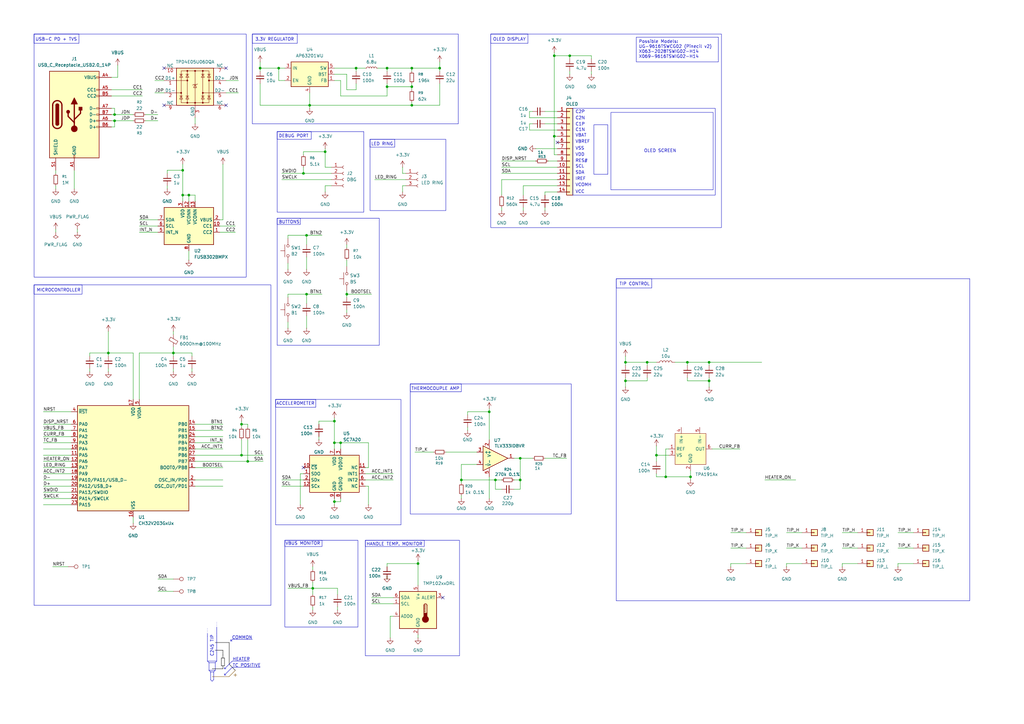
<source format=kicad_sch>
(kicad_sch
	(version 20250114)
	(generator "eeschema")
	(generator_version "9.0")
	(uuid "7095b018-eac3-4b01-b374-28e3216c4fd8")
	(paper "A3")
	
	(rectangle
		(start 113.03 163.83)
		(end 164.465 215.265)
		(stroke
			(width 0)
			(type default)
		)
		(fill
			(type none)
		)
		(uuid 25f66d05-38b5-4a17-99c1-8cad2c92cd3e)
	)
	(rectangle
		(start 13.97 13.97)
		(end 100.965 113.665)
		(stroke
			(width 0)
			(type default)
		)
		(fill
			(type none)
		)
		(uuid 34cfca7f-b72a-4261-a704-f33e6bc4b279)
	)
	(rectangle
		(start 113.03 163.83)
		(end 129.54 167.005)
		(stroke
			(width 0)
			(type default)
		)
		(fill
			(type none)
		)
		(uuid 37b1d202-d0af-4356-9cea-c5377ffdf5c6)
	)
	(rectangle
		(start 116.84 221.615)
		(end 132.08 224.155)
		(stroke
			(width 0)
			(type default)
		)
		(fill
			(type none)
		)
		(uuid 3ff5b4ba-34b9-4474-bd0b-2b540e2050a9)
	)
	(rectangle
		(start 168.275 157.48)
		(end 189.23 160.655)
		(stroke
			(width 0)
			(type default)
		)
		(fill
			(type none)
		)
		(uuid 411456a7-808a-4a99-b2e7-4b00b0660778)
	)
	(rectangle
		(start 113.665 89.535)
		(end 123.19 92.075)
		(stroke
			(width 0)
			(type default)
		)
		(fill
			(type none)
		)
		(uuid 51756553-69aa-4f9f-a31a-a60fa2c78053)
	)
	(rectangle
		(start 113.665 53.975)
		(end 149.225 86.995)
		(stroke
			(width 0)
			(type default)
		)
		(fill
			(type none)
		)
		(uuid 5ccf0a54-c09c-402b-8c12-180398bcf0c0)
	)
	(rectangle
		(start 252.73 114.3)
		(end 397.764 246.38)
		(stroke
			(width 0)
			(type default)
		)
		(fill
			(type none)
		)
		(uuid 608eefcd-9544-4ff5-9fa6-1a03cdb2edc0)
	)
	(rectangle
		(start 252.73 114.3)
		(end 267.335 118.11)
		(stroke
			(width 0)
			(type default)
		)
		(fill
			(type none)
		)
		(uuid 75245947-4db9-4c11-bcdd-4d111a323943)
	)
	(rectangle
		(start 151.765 57.15)
		(end 182.88 86.36)
		(stroke
			(width 0)
			(type default)
		)
		(fill
			(type none)
		)
		(uuid 7ca7d888-0de2-4ee4-9e02-bce99f6c7310)
	)
	(rectangle
		(start 13.97 116.84)
		(end 33.655 120.65)
		(stroke
			(width 0)
			(type default)
		)
		(fill
			(type none)
		)
		(uuid 7d5ee34c-3c30-4116-b034-575f8f5cbca0)
	)
	(rectangle
		(start 113.665 89.535)
		(end 155.575 141.605)
		(stroke
			(width 0)
			(type default)
		)
		(fill
			(type none)
		)
		(uuid 9c119ec4-7162-4594-9de4-9af2e8ac3469)
	)
	(rectangle
		(start 103.505 13.97)
		(end 121.92 17.78)
		(stroke
			(width 0)
			(type default)
		)
		(fill
			(type none)
		)
		(uuid 9d5c2b83-1ad1-4eb5-9c00-115d7cfbb819)
	)
	(rectangle
		(start 168.275 157.48)
		(end 234.315 210.82)
		(stroke
			(width 0)
			(type default)
		)
		(fill
			(type none)
		)
		(uuid a57dfd79-f7b7-44cf-be58-21e0757161fa)
	)
	(rectangle
		(start 13.97 116.84)
		(end 111.125 248.285)
		(stroke
			(width 0)
			(type default)
		)
		(fill
			(type none)
		)
		(uuid a66c837f-d550-4ad5-b67a-1a34b6eaed03)
	)
	(rectangle
		(start 250.571 46.101)
		(end 292.481 77.851)
		(stroke
			(width 0)
			(type default)
		)
		(fill
			(type none)
		)
		(uuid b323df54-646c-4c42-ac5d-c702f5da28df)
	)
	(rectangle
		(start 13.97 13.97)
		(end 32.385 17.78)
		(stroke
			(width 0)
			(type default)
		)
		(fill
			(type none)
		)
		(uuid b41c86f7-a703-4da7-9c7c-3d6f2dbdab0b)
	)
	(rectangle
		(start 149.86 221.615)
		(end 173.99 224.155)
		(stroke
			(width 0)
			(type default)
		)
		(fill
			(type none)
		)
		(uuid b798fff3-5d10-4e4c-948c-461a0845de52)
	)
	(rectangle
		(start 151.765 57.15)
		(end 161.925 60.325)
		(stroke
			(width 0)
			(type default)
		)
		(fill
			(type none)
		)
		(uuid bb60d903-b4fc-4579-917b-d8b1327cda5c)
	)
	(rectangle
		(start 234.95 44.45)
		(end 293.37 80.01)
		(stroke
			(width 0)
			(type default)
		)
		(fill
			(type none)
		)
		(uuid c7ed09f4-c5b0-447c-8527-2fd1a9942fc7)
	)
	(rectangle
		(start 201.295 13.97)
		(end 295.91 93.345)
		(stroke
			(width 0)
			(type default)
		)
		(fill
			(type none)
		)
		(uuid c86b0301-7b25-4d55-b6bd-bf1af0f3ea13)
	)
	(rectangle
		(start 243.586 51.181)
		(end 249.301 71.501)
		(stroke
			(width 0)
			(type default)
		)
		(fill
			(type none)
		)
		(uuid cc173c2c-4802-4b85-8dc1-c0ed1e2586ae)
	)
	(rectangle
		(start 116.84 221.615)
		(end 146.812 257.175)
		(stroke
			(width 0)
			(type default)
		)
		(fill
			(type none)
		)
		(uuid d2b50b41-845d-4a0b-ad88-942dbe8a9ea1)
	)
	(rectangle
		(start 113.665 53.975)
		(end 127.635 57.15)
		(stroke
			(width 0)
			(type default)
		)
		(fill
			(type none)
		)
		(uuid d42d397b-7d5e-44b0-98a1-cec60f91a733)
	)
	(rectangle
		(start 103.505 13.97)
		(end 187.96 50.8)
		(stroke
			(width 0)
			(type default)
		)
		(fill
			(type none)
		)
		(uuid d5e44070-3c31-4662-9265-15546dcb33a9)
	)
	(rectangle
		(start 149.86 221.615)
		(end 188.468 268.986)
		(stroke
			(width 0)
			(type default)
		)
		(fill
			(type none)
		)
		(uuid dc78faa3-7706-462b-aff1-ea2259b8957d)
	)
	(rectangle
		(start 201.295 13.97)
		(end 216.535 17.78)
		(stroke
			(width 0)
			(type default)
		)
		(fill
			(type none)
		)
		(uuid df873f2f-b2dc-4231-b391-da9722f3ee43)
	)
	(text "COMMON"
		(exclude_from_sim no)
		(at 95.123 261.62 0)
		(effects
			(font
				(size 1.27 1.27)
			)
			(justify left)
		)
		(uuid "0da803d8-6a61-4b47-b3c4-8c42b4ebcdd7")
	)
	(text "3.3V REGULATOR"
		(exclude_from_sim no)
		(at 104.648 16.256 0)
		(effects
			(font
				(size 1.27 1.27)
			)
			(justify left)
		)
		(uuid "270c64e9-acc9-4bdf-adf9-51e85a7cfae3")
	)
	(text "C2N"
		(exclude_from_sim no)
		(at 235.966 48.514 0)
		(effects
			(font
				(size 1.27 1.27)
			)
			(justify left)
		)
		(uuid "303735e4-f194-4e97-9ddd-7741146e5965")
	)
	(text "USB-C PD + TVS"
		(exclude_from_sim no)
		(at 14.478 16.256 0)
		(effects
			(font
				(size 1.27 1.27)
			)
			(justify left)
		)
		(uuid "3b53ae36-2320-46df-8526-8d2b0e4cd267")
	)
	(text "BUTTONS"
		(exclude_from_sim no)
		(at 114.3 91.186 0)
		(effects
			(font
				(size 1.27 1.27)
			)
			(justify left)
		)
		(uuid "4ff0d853-92f6-4f02-aa33-1f252be5ef75")
	)
	(text "DEBUG PORT"
		(exclude_from_sim no)
		(at 114.3 55.88 0)
		(effects
			(font
				(size 1.27 1.27)
			)
			(justify left)
		)
		(uuid "5c2c7cad-81d2-418f-aeca-ca54c6312f8c")
	)
	(text "SCL"
		(exclude_from_sim no)
		(at 235.966 68.326 0)
		(effects
			(font
				(size 1.27 1.27)
			)
			(justify left)
		)
		(uuid "63c62cf3-4266-478a-9f68-199034fe5d8b")
	)
	(text "RES#"
		(exclude_from_sim no)
		(at 235.966 66.04 0)
		(effects
			(font
				(size 1.27 1.27)
			)
			(justify left)
		)
		(uuid "6ce3c0b9-bb73-4f4d-8996-df06398c02e3")
	)
	(text "C1P"
		(exclude_from_sim no)
		(at 235.966 51.054 0)
		(effects
			(font
				(size 1.27 1.27)
			)
			(justify left)
		)
		(uuid "6d196f00-fda4-408a-b16f-63e268646b7a")
	)
	(text "ACCELEROMETER"
		(exclude_from_sim no)
		(at 121.158 165.608 0)
		(effects
			(font
				(size 1.27 1.27)
			)
		)
		(uuid "6d3cce01-49eb-4036-848c-880563d726ff")
	)
	(text "HEATER"
		(exclude_from_sim no)
		(at 95.377 270.51 0)
		(effects
			(font
				(size 1.27 1.27)
			)
			(justify left)
		)
		(uuid "6f935533-365b-4490-a199-60d1f885e9c5")
	)
	(text "IREF"
		(exclude_from_sim no)
		(at 235.966 73.406 0)
		(effects
			(font
				(size 1.27 1.27)
			)
			(justify left)
		)
		(uuid "78269562-db7d-4f9c-9409-11de08793bfa")
	)
	(text "C1N"
		(exclude_from_sim no)
		(at 235.966 53.34 0)
		(effects
			(font
				(size 1.27 1.27)
			)
			(justify left)
		)
		(uuid "86eaf89d-7735-48bc-8adf-2c6d7e1c9267")
	)
	(text "C2P"
		(exclude_from_sim no)
		(at 235.966 45.974 0)
		(effects
			(font
				(size 1.27 1.27)
			)
			(justify left)
		)
		(uuid "88767c22-62f5-491f-8191-e622ce50d549")
	)
	(text "VDD"
		(exclude_from_sim no)
		(at 235.966 63.5 0)
		(effects
			(font
				(size 1.27 1.27)
			)
			(justify left)
		)
		(uuid "98ea20d6-f789-4c9a-9d2d-ddf9c4e55ce3")
	)
	(text "HANDLE TEMP. MONITOR"
		(exclude_from_sim no)
		(at 161.798 223.266 0)
		(effects
			(font
				(size 1.27 1.27)
			)
		)
		(uuid "9cf9be48-0da6-4698-b802-905b4321ec7e")
	)
	(text "TC POSITIVE"
		(exclude_from_sim no)
		(at 95.377 273.05 0)
		(effects
			(font
				(size 1.27 1.27)
			)
			(justify left)
		)
		(uuid "9da3b577-a0bb-4c33-9c3c-e8388ac87829")
	)
	(text "OLED SCREEN"
		(exclude_from_sim no)
		(at 270.764 61.976 0)
		(effects
			(font
				(size 1.27 1.27)
			)
		)
		(uuid "a7d4d929-dbaa-411d-a847-37e4617db2b8")
	)
	(text "VCC"
		(exclude_from_sim no)
		(at 235.966 78.74 0)
		(effects
			(font
				(size 1.27 1.27)
			)
			(justify left)
		)
		(uuid "c0b5be38-ee7a-4c62-b666-9455a24b9bdf")
	)
	(text "TIP CONTROL"
		(exclude_from_sim no)
		(at 254 116.586 0)
		(effects
			(font
				(size 1.27 1.27)
			)
			(justify left)
		)
		(uuid "cbc624c8-2e49-4540-b1a0-5d8227d4665c")
	)
	(text "SDA"
		(exclude_from_sim no)
		(at 235.966 70.866 0)
		(effects
			(font
				(size 1.27 1.27)
			)
			(justify left)
		)
		(uuid "d1f23843-c159-4734-816f-e3ebdc7225d4")
	)
	(text "VBREF"
		(exclude_from_sim no)
		(at 235.966 58.166 0)
		(effects
			(font
				(size 1.27 1.27)
			)
			(justify left)
		)
		(uuid "dc92fbc2-eb7d-47ac-891e-6de1528c9506")
	)
	(text "OLED DISPLAY"
		(exclude_from_sim no)
		(at 202.184 16.256 0)
		(effects
			(font
				(size 1.27 1.27)
			)
			(justify left)
		)
		(uuid "e1182865-9cf6-484e-b369-4d8124243a24")
	)
	(text "VBAT"
		(exclude_from_sim no)
		(at 235.966 55.626 0)
		(effects
			(font
				(size 1.27 1.27)
			)
			(justify left)
		)
		(uuid "e5136794-6a5a-4728-b4d0-e47266a8ec2c")
	)
	(text "VSS"
		(exclude_from_sim no)
		(at 235.966 60.96 0)
		(effects
			(font
				(size 1.27 1.27)
			)
			(justify left)
		)
		(uuid "e5277a5c-1568-43ec-ab65-5c403a9ddad3")
	)
	(text "VCOMH"
		(exclude_from_sim no)
		(at 235.966 75.946 0)
		(effects
			(font
				(size 1.27 1.27)
			)
			(justify left)
		)
		(uuid "e677c7ab-e79d-4a1c-8a88-4a56ca5d6b79")
	)
	(text "THERMOCOUPLE AMP"
		(exclude_from_sim no)
		(at 178.562 159.512 0)
		(effects
			(font
				(size 1.27 1.27)
			)
		)
		(uuid "e865e2d4-df9a-47d7-8bc3-1d543675c813")
	)
	(text "C245 TIP"
		(exclude_from_sim no)
		(at 86.995 264.922 90)
		(effects
			(font
				(size 1.27 1.27)
			)
		)
		(uuid "ec1ed9c1-072b-4c68-8764-5736b7bc8d68")
	)
	(text "LED RING"
		(exclude_from_sim no)
		(at 156.718 59.182 0)
		(effects
			(font
				(size 1.27 1.27)
			)
		)
		(uuid "eebaafe7-13f6-4495-a884-67f3bb5c6ce1")
	)
	(text "MICROCONTROLLER"
		(exclude_from_sim no)
		(at 14.986 119.126 0)
		(effects
			(font
				(size 1.27 1.27)
			)
			(justify left)
		)
		(uuid "f4202bbd-17db-406a-9b6f-417fe43fdaab")
	)
	(text "VBUS MONITOR"
		(exclude_from_sim no)
		(at 124.206 223.012 0)
		(effects
			(font
				(size 1.27 1.27)
			)
		)
		(uuid "f741b2f1-f711-4456-aa2d-f19417092858")
	)
	(text_box "Possible Models:\nUG-9616TSWCG02 (Pinecil v2)\nX063-2028TSWIG02-H14\nX069-9616TSWIG02-H14"
		(exclude_from_sim no)
		(at 260.985 15.24 0)
		(size 33.655 10.16)
		(margins 0.9525 0.9525 0.9525 0.9525)
		(stroke
			(width 0)
			(type solid)
		)
		(fill
			(type none)
		)
		(effects
			(font
				(size 1.27 1.27)
			)
			(justify left top)
		)
		(uuid "aff1d92e-7948-41af-95d4-eec0b0d11729")
	)
	(junction
		(at 256.54 148.59)
		(diameter 0)
		(color 0 0 0 0)
		(uuid "0249d269-810c-4792-bcad-62c507e2feae")
	)
	(junction
		(at 146.05 27.94)
		(diameter 0)
		(color 0 0 0 0)
		(uuid "0acd8611-5527-40f7-90a3-5c60d1adc1d0")
	)
	(junction
		(at 99.06 173.99)
		(diameter 0)
		(color 0 0 0 0)
		(uuid "22bc19a2-e590-4ae5-87e1-2c346112c753")
	)
	(junction
		(at 101.6 189.23)
		(diameter 0)
		(color 0 0 0 0)
		(uuid "39afbb62-f4d9-47c5-b1ec-6bf8308a9b0e")
	)
	(junction
		(at 200.66 168.91)
		(diameter 0)
		(color 0 0 0 0)
		(uuid "3f9bcc33-18ad-48ec-8047-f514eddb9bd3")
	)
	(junction
		(at 256.54 156.21)
		(diameter 0)
		(color 0 0 0 0)
		(uuid "43942d84-b87b-4f4a-adb8-d0b0fad21d24")
	)
	(junction
		(at 189.23 196.85)
		(diameter 0)
		(color 0 0 0 0)
		(uuid "4793f579-9960-4fea-a983-16516b9a6a74")
	)
	(junction
		(at 158.75 27.94)
		(diameter 0)
		(color 0 0 0 0)
		(uuid "4e457d4d-37fd-4b51-a420-85ebb8dc04c5")
	)
	(junction
		(at 128.27 241.3)
		(diameter 0)
		(color 0 0 0 0)
		(uuid "5171e2df-ff89-449d-9837-899c8a33b75c")
	)
	(junction
		(at 168.91 35.56)
		(diameter 0)
		(color 0 0 0 0)
		(uuid "57d2e74f-9c65-42d1-a47a-8230db07f92e")
	)
	(junction
		(at 137.16 181.61)
		(diameter 0)
		(color 0 0 0 0)
		(uuid "589eff9d-eed1-4df5-98d6-26b7c768b426")
	)
	(junction
		(at 171.45 231.14)
		(diameter 0)
		(color 0 0 0 0)
		(uuid "5c8091f6-1fe8-4a10-b56d-0569715c68e9")
	)
	(junction
		(at 46.99 49.53)
		(diameter 0)
		(color 0 0 0 0)
		(uuid "5e8d1cf7-167e-4030-9f28-7c115ea5395b")
	)
	(junction
		(at 227.33 55.88)
		(diameter 0)
		(color 0 0 0 0)
		(uuid "5fbb3de9-86ee-49ad-a284-eb55f1cc692a")
	)
	(junction
		(at 168.91 43.18)
		(diameter 0)
		(color 0 0 0 0)
		(uuid "660d2309-d1aa-4d86-b95c-854e50c0a293")
	)
	(junction
		(at 168.91 27.94)
		(diameter 0)
		(color 0 0 0 0)
		(uuid "691dc945-779c-4911-8f56-5300f4d58275")
	)
	(junction
		(at 233.68 22.86)
		(diameter 0)
		(color 0 0 0 0)
		(uuid "73b54f8a-8892-4f5c-ad2f-0a2e6cc384c3")
	)
	(junction
		(at 203.2 196.85)
		(diameter 0)
		(color 0 0 0 0)
		(uuid "77d052f3-f174-4ac4-b7f3-74fd8cd4f0e2")
	)
	(junction
		(at 137.16 172.72)
		(diameter 0)
		(color 0 0 0 0)
		(uuid "84b1d133-5555-4f34-9259-4c4a00397909")
	)
	(junction
		(at 158.75 35.56)
		(diameter 0)
		(color 0 0 0 0)
		(uuid "85eb43cd-2fb7-4c1a-b0ce-7e338a2da686")
	)
	(junction
		(at 213.36 196.85)
		(diameter 0)
		(color 0 0 0 0)
		(uuid "879d8513-8c12-4c71-805b-cfd0566ce6a8")
	)
	(junction
		(at 99.06 186.69)
		(diameter 0)
		(color 0 0 0 0)
		(uuid "8f91cdd6-9b8f-41e7-aba5-783e4c94f1c2")
	)
	(junction
		(at 265.43 148.59)
		(diameter 0)
		(color 0 0 0 0)
		(uuid "924a9453-b138-4112-9cf9-cdd7d6fd271f")
	)
	(junction
		(at 227.33 22.86)
		(diameter 0)
		(color 0 0 0 0)
		(uuid "9531702c-c6a6-4297-8a10-64a5c6fc90b3")
	)
	(junction
		(at 283.21 195.58)
		(diameter 0)
		(color 0 0 0 0)
		(uuid "9caedf99-1ce5-437a-a1b9-fdea2f4ef713")
	)
	(junction
		(at 290.83 156.21)
		(diameter 0)
		(color 0 0 0 0)
		(uuid "9ce0d5f7-a196-42ba-865b-78bc41279af1")
	)
	(junction
		(at 44.45 144.78)
		(diameter 0)
		(color 0 0 0 0)
		(uuid "9fa2ea7a-f50f-4f59-8f6e-1d8cc4b4f22f")
	)
	(junction
		(at 74.93 80.01)
		(diameter 0)
		(color 0 0 0 0)
		(uuid "a102cd63-af1a-49b4-9201-df06578d4c1f")
	)
	(junction
		(at 213.36 187.96)
		(diameter 0)
		(color 0 0 0 0)
		(uuid "aff6f7cf-f995-4965-9b70-2f6e1afd3257")
	)
	(junction
		(at 269.24 186.69)
		(diameter 0)
		(color 0 0 0 0)
		(uuid "b958df09-8ec2-41c8-a836-0b7b6536713e")
	)
	(junction
		(at 273.05 195.58)
		(diameter 0)
		(color 0 0 0 0)
		(uuid "b9c98c12-e257-4402-a676-dee8dfb4f378")
	)
	(junction
		(at 125.73 120.65)
		(diameter 0)
		(color 0 0 0 0)
		(uuid "bf198e04-4a01-4230-877f-f1ab43f756f2")
	)
	(junction
		(at 71.12 144.78)
		(diameter 0)
		(color 0 0 0 0)
		(uuid "cbafbc4a-ea32-4bc2-8303-c740f3149d9b")
	)
	(junction
		(at 127 43.18)
		(diameter 0)
		(color 0 0 0 0)
		(uuid "d049456d-20ee-4308-a384-c295c5fb64a1")
	)
	(junction
		(at 77.47 80.01)
		(diameter 0)
		(color 0 0 0 0)
		(uuid "d075905e-0ee9-4e4e-bc8b-46248e59d6b7")
	)
	(junction
		(at 137.16 205.74)
		(diameter 0)
		(color 0 0 0 0)
		(uuid "d3c0ec6c-e13a-496a-ad1c-ba60afc46b96")
	)
	(junction
		(at 46.99 46.99)
		(diameter 0)
		(color 0 0 0 0)
		(uuid "d3cb3929-1383-43bf-9aa0-8d6179547879")
	)
	(junction
		(at 281.94 148.59)
		(diameter 0)
		(color 0 0 0 0)
		(uuid "d6376345-e63e-469e-b947-b621d80200ca")
	)
	(junction
		(at 125.73 96.52)
		(diameter 0)
		(color 0 0 0 0)
		(uuid "d8814552-a2c0-4a06-a6ac-aee6b3d4aa8f")
	)
	(junction
		(at 290.83 148.59)
		(diameter 0)
		(color 0 0 0 0)
		(uuid "d9505c24-ab59-4a1d-8ead-8359d37f8315")
	)
	(junction
		(at 74.93 69.85)
		(diameter 0)
		(color 0 0 0 0)
		(uuid "dced1970-c9d1-4fca-aa68-57578fbeec87")
	)
	(junction
		(at 133.35 62.23)
		(diameter 0)
		(color 0 0 0 0)
		(uuid "dd645f38-5944-4257-9764-2d12bcf783d9")
	)
	(junction
		(at 124.46 71.12)
		(diameter 0)
		(color 0 0 0 0)
		(uuid "e0c9883b-d031-4a61-9fde-76739f501e2c")
	)
	(junction
		(at 114.3 27.94)
		(diameter 0)
		(color 0 0 0 0)
		(uuid "e80bc681-7695-43f3-a2bd-d411c7e86409")
	)
	(junction
		(at 139.7 181.61)
		(diameter 0)
		(color 0 0 0 0)
		(uuid "ea9ea449-1699-40d7-8a1c-89a1d2111f96")
	)
	(junction
		(at 180.34 27.94)
		(diameter 0)
		(color 0 0 0 0)
		(uuid "efddc068-f25b-4568-b3c6-1c6aa0f4c97e")
	)
	(junction
		(at 106.68 27.94)
		(diameter 0)
		(color 0 0 0 0)
		(uuid "f1df4cab-d95d-4e21-b204-cc5686c3ccd2")
	)
	(junction
		(at 142.24 120.65)
		(diameter 0)
		(color 0 0 0 0)
		(uuid "fe9b1f2a-8aec-4aa7-8489-1f83d22307ee")
	)
	(no_connect
		(at 92.71 43.18)
		(uuid "46b4ccbc-24ab-4899-8505-9a1bc9336197")
	)
	(no_connect
		(at 67.31 27.94)
		(uuid "613b3790-5218-413f-a343-e26aa4ea4b95")
	)
	(no_connect
		(at 228.6 58.42)
		(uuid "8d801d13-32fe-4e34-8cc5-b8a86a497023")
	)
	(no_connect
		(at 181.61 245.11)
		(uuid "b019387a-2a10-4f2e-ad70-575cf4df82b8")
	)
	(no_connect
		(at 124.46 191.77)
		(uuid "bb17c601-45a1-4eb6-aaaf-eada3efdd523")
	)
	(no_connect
		(at 67.31 43.18)
		(uuid "c9b41e3a-80a4-4410-be4c-91975e86700a")
	)
	(no_connect
		(at 92.71 27.94)
		(uuid "e9fc4535-1911-4390-b5e2-c282d53c9319")
	)
	(wire
		(pts
			(xy 99.06 186.69) (xy 107.95 186.69)
		)
		(stroke
			(width 0)
			(type default)
		)
		(uuid "00dc7f33-0b4e-4099-8479-24293b9aabac")
	)
	(wire
		(pts
			(xy 149.86 196.85) (xy 161.29 196.85)
		)
		(stroke
			(width 0)
			(type default)
		)
		(uuid "0156bf95-e162-433c-99c7-904c2f68448d")
	)
	(wire
		(pts
			(xy 306.07 231.14) (xy 299.72 231.14)
		)
		(stroke
			(width 0)
			(type default)
		)
		(uuid "01731df4-405d-4159-8024-ddbfe44e4824")
	)
	(wire
		(pts
			(xy 180.34 25.4) (xy 180.34 27.94)
		)
		(stroke
			(width 0)
			(type default)
		)
		(uuid "0280334b-627a-4233-a676-012a207d9298")
	)
	(wire
		(pts
			(xy 123.19 194.31) (xy 124.46 194.31)
		)
		(stroke
			(width 0)
			(type default)
		)
		(uuid "03f9526b-c252-4cea-a8ec-81306ff6df76")
	)
	(wire
		(pts
			(xy 63.5 38.1) (xy 67.31 38.1)
		)
		(stroke
			(width 0)
			(type default)
		)
		(uuid "057a48eb-9b1d-42a5-bf44-6985b9321748")
	)
	(polyline
		(pts
			(xy 94.615 262.89) (xy 95.25 262.89)
		)
		(stroke
			(width 0)
			(type default)
		)
		(uuid "061e75a6-db12-4875-bb49-acc7a02aa4eb")
	)
	(wire
		(pts
			(xy 227.33 55.88) (xy 228.6 55.88)
		)
		(stroke
			(width 0)
			(type default)
		)
		(uuid "06a39b25-e5c0-48bf-8f66-6ff9e46efda7")
	)
	(polyline
		(pts
			(xy 93.98 263.525) (xy 93.98 272.415)
		)
		(stroke
			(width 0)
			(type solid)
			(color 0 0 0 1)
		)
		(uuid "076917fa-25ee-47d3-b2b0-165b02f01f24")
	)
	(wire
		(pts
			(xy 68.58 69.85) (xy 74.93 69.85)
		)
		(stroke
			(width 0)
			(type default)
		)
		(uuid "088c7699-190e-4234-9815-fffe11d5ef7a")
	)
	(wire
		(pts
			(xy 68.58 76.2) (xy 68.58 77.47)
		)
		(stroke
			(width 0)
			(type default)
		)
		(uuid "090443bb-96fb-4f06-ac72-191a7f6e15f4")
	)
	(wire
		(pts
			(xy 96.52 95.25) (xy 90.17 95.25)
		)
		(stroke
			(width 0)
			(type default)
		)
		(uuid "091df10a-a778-479d-8cbf-324751cb3cc5")
	)
	(wire
		(pts
			(xy 115.57 199.39) (xy 124.46 199.39)
		)
		(stroke
			(width 0)
			(type default)
		)
		(uuid "093a4bfc-aabd-4586-948a-1580d9afeffa")
	)
	(wire
		(pts
			(xy 45.72 36.83) (xy 58.42 36.83)
		)
		(stroke
			(width 0)
			(type default)
		)
		(uuid "098337dc-d67f-4f92-9e59-aa0530495823")
	)
	(wire
		(pts
			(xy 368.3 218.44) (xy 374.65 218.44)
		)
		(stroke
			(width 0)
			(type default)
		)
		(uuid "0b3b1be4-2c7f-47f2-886c-9ff27992e090")
	)
	(wire
		(pts
			(xy 80.01 184.15) (xy 91.44 184.15)
		)
		(stroke
			(width 0)
			(type default)
		)
		(uuid "0d0fb7d8-cf76-4ea3-b43e-0043f449d33e")
	)
	(wire
		(pts
			(xy 106.68 34.29) (xy 106.68 43.18)
		)
		(stroke
			(width 0)
			(type default)
		)
		(uuid "0d1da041-1604-484f-8588-64418e6780df")
	)
	(polyline
		(pts
			(xy 99.695 273.685) (xy 106.68 273.685)
		)
		(stroke
			(width 0)
			(type default)
		)
		(uuid "0efdd063-1445-49ad-b269-05e1548bd623")
	)
	(wire
		(pts
			(xy 17.78 191.77) (xy 29.21 191.77)
		)
		(stroke
			(width 0)
			(type default)
		)
		(uuid "0f968ad1-38fa-43f3-a9ca-eaab57060db2")
	)
	(wire
		(pts
			(xy 214.63 85.09) (xy 214.63 86.36)
		)
		(stroke
			(width 0)
			(type default)
		)
		(uuid "0fdf5b0f-14a7-4ff5-aee8-91dcf3e80430")
	)
	(wire
		(pts
			(xy 269.24 195.58) (xy 273.05 195.58)
		)
		(stroke
			(width 0)
			(type default)
		)
		(uuid "0ff7262c-1160-4251-aadc-3b2de692cbe4")
	)
	(wire
		(pts
			(xy 292.1 184.15) (xy 303.53 184.15)
		)
		(stroke
			(width 0)
			(type default)
		)
		(uuid "10e420cf-744f-4771-a1f7-03219557939d")
	)
	(wire
		(pts
			(xy 168.91 35.56) (xy 158.75 35.56)
		)
		(stroke
			(width 0)
			(type default)
		)
		(uuid "1190a964-f3bd-43e5-a242-6444d80cf4b2")
	)
	(polyline
		(pts
			(xy 86.995 277.495) (xy 93.98 277.495)
		)
		(stroke
			(width 0)
			(type solid)
			(color 128 77 0 1)
		)
		(uuid "11cf35b8-cd1b-4b18-8246-50d401672c42")
	)
	(wire
		(pts
			(xy 189.23 196.85) (xy 189.23 190.5)
		)
		(stroke
			(width 0)
			(type default)
		)
		(uuid "12f02fb2-28a7-4766-ae13-424545151178")
	)
	(wire
		(pts
			(xy 137.16 181.61) (xy 137.16 184.15)
		)
		(stroke
			(width 0)
			(type default)
		)
		(uuid "135c080a-b87a-42f2-bd23-e8f54c5ee6c7")
	)
	(wire
		(pts
			(xy 165.1 78.74) (xy 165.1 76.2)
		)
		(stroke
			(width 0)
			(type default)
		)
		(uuid "13a8fbae-4055-4538-a775-7561035458e6")
	)
	(wire
		(pts
			(xy 171.45 231.14) (xy 171.45 240.03)
		)
		(stroke
			(width 0)
			(type default)
		)
		(uuid "13ad3050-341d-4764-8a4c-837cb1090bc6")
	)
	(wire
		(pts
			(xy 189.23 196.85) (xy 203.2 196.85)
		)
		(stroke
			(width 0)
			(type default)
		)
		(uuid "13e7537a-edd6-43d5-8bb0-f6eb3d491016")
	)
	(wire
		(pts
			(xy 213.36 196.85) (xy 213.36 187.96)
		)
		(stroke
			(width 0)
			(type default)
		)
		(uuid "1427c6b1-5293-499b-9663-f54121cc8ca4")
	)
	(wire
		(pts
			(xy 48.26 31.75) (xy 48.26 26.67)
		)
		(stroke
			(width 0)
			(type default)
		)
		(uuid "14b83c6b-fa77-4ec1-b020-d89f490dd1db")
	)
	(wire
		(pts
			(xy 269.24 186.69) (xy 274.32 186.69)
		)
		(stroke
			(width 0)
			(type default)
		)
		(uuid "1544ce4c-aa9b-4868-ad89-38de6eed860a")
	)
	(wire
		(pts
			(xy 290.83 148.59) (xy 290.83 149.86)
		)
		(stroke
			(width 0)
			(type default)
		)
		(uuid "154f7824-5e3a-4df6-a265-e8ad4cf18628")
	)
	(wire
		(pts
			(xy 200.66 167.64) (xy 200.66 168.91)
		)
		(stroke
			(width 0)
			(type default)
		)
		(uuid "16a235b6-6479-41c3-934b-5990cd87fafe")
	)
	(wire
		(pts
			(xy 227.33 55.88) (xy 227.33 63.5)
		)
		(stroke
			(width 0)
			(type default)
		)
		(uuid "16a6ad92-1a6b-4d2b-93f1-5652f5947dbb")
	)
	(wire
		(pts
			(xy 168.91 29.21) (xy 168.91 27.94)
		)
		(stroke
			(width 0)
			(type default)
		)
		(uuid "16beecb1-a5ab-433f-9aa9-d5c8af0be23d")
	)
	(polyline
		(pts
			(xy 95.885 276.86) (xy 97.155 276.86)
		)
		(stroke
			(width 0)
			(type solid)
			(color 128 77 0 1)
		)
		(uuid "17532791-aaa0-48e6-a3d3-84b5cfe2ffdf")
	)
	(wire
		(pts
			(xy 45.72 52.07) (xy 46.99 52.07)
		)
		(stroke
			(width 0)
			(type default)
		)
		(uuid "18438b3a-827e-4972-b4d2-e39627126fd2")
	)
	(wire
		(pts
			(xy 17.78 186.69) (xy 29.21 186.69)
		)
		(stroke
			(width 0)
			(type default)
		)
		(uuid "185cc638-609c-4acf-9a83-434d47f9bece")
	)
	(wire
		(pts
			(xy 322.58 218.44) (xy 328.93 218.44)
		)
		(stroke
			(width 0)
			(type default)
		)
		(uuid "186284b8-bd67-4889-90c2-387a38831a45")
	)
	(wire
		(pts
			(xy 118.11 107.95) (xy 118.11 110.49)
		)
		(stroke
			(width 0)
			(type default)
		)
		(uuid "1a08e192-3ede-459c-841e-9f0c19ec1e3e")
	)
	(wire
		(pts
			(xy 17.78 201.93) (xy 29.21 201.93)
		)
		(stroke
			(width 0)
			(type default)
		)
		(uuid "1a675778-1e38-4114-a392-a674b2dc8fa9")
	)
	(wire
		(pts
			(xy 71.12 135.89) (xy 71.12 137.16)
		)
		(stroke
			(width 0)
			(type default)
		)
		(uuid "1ae0b9e3-10e0-4c50-8291-792664f6f6ce")
	)
	(wire
		(pts
			(xy 273.05 184.15) (xy 273.05 195.58)
		)
		(stroke
			(width 0)
			(type default)
		)
		(uuid "1b0b81e1-f2ec-4a99-b32e-c67d3bf5d680")
	)
	(wire
		(pts
			(xy 274.32 184.15) (xy 273.05 184.15)
		)
		(stroke
			(width 0)
			(type default)
		)
		(uuid "1bc2dc48-90ad-4689-ba31-b6699fd8a9c4")
	)
	(wire
		(pts
			(xy 101.6 175.26) (xy 101.6 173.99)
		)
		(stroke
			(width 0)
			(type default)
		)
		(uuid "1beeb275-c1cd-4b8f-a12a-830eb9c2286d")
	)
	(wire
		(pts
			(xy 80.01 199.39) (xy 91.44 199.39)
		)
		(stroke
			(width 0)
			(type default)
		)
		(uuid "1c31a3a0-71be-4869-aecb-fe7720f70370")
	)
	(polyline
		(pts
			(xy 91.44 268.605) (xy 91.44 269.875)
		)
		(stroke
			(width 0)
			(type solid)
			(color 0 0 0 1)
		)
		(uuid "1cb32bb3-76dc-4823-be3a-ee1c82fb9d6e")
	)
	(wire
		(pts
			(xy 345.44 231.14) (xy 351.79 231.14)
		)
		(stroke
			(width 0)
			(type default)
		)
		(uuid "1cf9f715-8924-4551-8321-2cb14bcb7a4b")
	)
	(wire
		(pts
			(xy 168.91 43.18) (xy 127 43.18)
		)
		(stroke
			(width 0)
			(type default)
		)
		(uuid "1efe1ac7-40f4-4f17-9d42-17e1c9f0de6b")
	)
	(polyline
		(pts
			(xy 94.615 262.89) (xy 95.25 262.255)
		)
		(stroke
			(width 0)
			(type default)
		)
		(uuid "1fc62f63-6cba-4ff0-930d-1f292e0bfa84")
	)
	(wire
		(pts
			(xy 80.01 181.61) (xy 91.44 181.61)
		)
		(stroke
			(width 0)
			(type default)
		)
		(uuid "1fd72b09-6ab8-4dc4-8f0b-ca67c9a74253")
	)
	(wire
		(pts
			(xy 68.58 71.12) (xy 68.58 69.85)
		)
		(stroke
			(width 0)
			(type default)
		)
		(uuid "202b5c7b-0b11-4522-bc46-256551c46d63")
	)
	(wire
		(pts
			(xy 116.84 27.94) (xy 114.3 27.94)
		)
		(stroke
			(width 0)
			(type default)
		)
		(uuid "202f5003-0a48-4fcb-962b-eb5d0b2eea8c")
	)
	(polyline
		(pts
			(xy 85.09 271.145) (xy 88.9 271.145)
		)
		(stroke
			(width 0)
			(type default)
		)
		(uuid "20c289f8-34a5-48ed-8d32-b4b9e5521011")
	)
	(wire
		(pts
			(xy 158.75 231.14) (xy 171.45 231.14)
		)
		(stroke
			(width 0)
			(type default)
		)
		(uuid "20e2fb42-fafd-4f0a-849e-70f241cf50dd")
	)
	(wire
		(pts
			(xy 77.47 102.87) (xy 77.47 106.68)
		)
		(stroke
			(width 0)
			(type default)
		)
		(uuid "21a2f101-e4da-4991-a949-92df212cf85b")
	)
	(wire
		(pts
			(xy 138.43 248.92) (xy 138.43 250.19)
		)
		(stroke
			(width 0)
			(type default)
		)
		(uuid "21bbd215-45b4-4860-8d1a-f2e25c043882")
	)
	(polyline
		(pts
			(xy 95.25 262.255) (xy 103.505 262.255)
		)
		(stroke
			(width 0)
			(type default)
		)
		(uuid "225ad2a0-3f91-4b41-b14c-33002ef325b8")
	)
	(wire
		(pts
			(xy 180.34 43.18) (xy 168.91 43.18)
		)
		(stroke
			(width 0)
			(type default)
		)
		(uuid "228d2b28-0e5e-4a0f-9a64-60ca034456d5")
	)
	(wire
		(pts
			(xy 22.86 69.85) (xy 22.86 71.12)
		)
		(stroke
			(width 0)
			(type default)
		)
		(uuid "22ceb097-bc74-4764-aecd-0b980944d711")
	)
	(wire
		(pts
			(xy 299.72 224.79) (xy 306.07 224.79)
		)
		(stroke
			(width 0)
			(type default)
		)
		(uuid "234d1ba8-847a-498b-b1ae-e4eb0f0e2c2e")
	)
	(polyline
		(pts
			(xy 93.98 277.495) (xy 96.52 274.955)
		)
		(stroke
			(width 0)
			(type solid)
			(color 128 77 0 1)
		)
		(uuid "23b27315-c748-4e5f-bfe8-f12b825cfb87")
	)
	(wire
		(pts
			(xy 168.91 34.29) (xy 168.91 35.56)
		)
		(stroke
			(width 0)
			(type default)
		)
		(uuid "24d5a81f-7436-4451-bff0-11fbe42d2c28")
	)
	(wire
		(pts
			(xy 368.3 231.14) (xy 374.65 231.14)
		)
		(stroke
			(width 0)
			(type default)
		)
		(uuid "2616a777-c896-4d19-9dd1-44f1b40faa16")
	)
	(wire
		(pts
			(xy 256.54 154.94) (xy 256.54 156.21)
		)
		(stroke
			(width 0)
			(type default)
		)
		(uuid "262148e9-abf9-4df4-8abe-6bc1166237b2")
	)
	(wire
		(pts
			(xy 125.73 120.65) (xy 132.08 120.65)
		)
		(stroke
			(width 0)
			(type default)
		)
		(uuid "27851202-de10-4bda-a7a1-86d90d3431e9")
	)
	(wire
		(pts
			(xy 118.11 132.08) (xy 118.11 134.62)
		)
		(stroke
			(width 0)
			(type default)
		)
		(uuid "281d0dee-0d42-447c-96a0-518527b352a7")
	)
	(wire
		(pts
			(xy 345.44 224.79) (xy 351.79 224.79)
		)
		(stroke
			(width 0)
			(type default)
		)
		(uuid "28258bd8-18c4-469b-be71-ef9ab42f0cf4")
	)
	(wire
		(pts
			(xy 205.74 200.66) (xy 203.2 200.66)
		)
		(stroke
			(width 0)
			(type default)
		)
		(uuid "28f9a714-ce47-4a87-9eba-39a2e1e51e21")
	)
	(wire
		(pts
			(xy 158.75 39.37) (xy 139.7 39.37)
		)
		(stroke
			(width 0)
			(type default)
		)
		(uuid "296133f5-2a32-47e9-994c-67f3c4c032fa")
	)
	(wire
		(pts
			(xy 46.99 44.45) (xy 46.99 46.99)
		)
		(stroke
			(width 0)
			(type default)
		)
		(uuid "2b6c7f04-a093-4524-90eb-496f9f787527")
	)
	(wire
		(pts
			(xy 205.74 73.66) (xy 205.74 80.01)
		)
		(stroke
			(width 0)
			(type default)
		)
		(uuid "2c6750b6-74c7-4d32-8f14-8af4353a5366")
	)
	(wire
		(pts
			(xy 127 43.18) (xy 127 44.45)
		)
		(stroke
			(width 0)
			(type default)
		)
		(uuid "2caf9a90-c3fc-4061-b393-2a0dec203c07")
	)
	(wire
		(pts
			(xy 118.11 121.92) (xy 118.11 120.65)
		)
		(stroke
			(width 0)
			(type default)
		)
		(uuid "2ee4ebfa-2b1b-4192-baa0-8298861d736b")
	)
	(wire
		(pts
			(xy 45.72 31.75) (xy 48.26 31.75)
		)
		(stroke
			(width 0)
			(type default)
		)
		(uuid "2f68ac55-2ae3-4fdc-bcfb-21f448f1abfc")
	)
	(wire
		(pts
			(xy 17.78 194.31) (xy 29.21 194.31)
		)
		(stroke
			(width 0)
			(type default)
		)
		(uuid "2fdf26ff-e34d-47ed-b024-4ecb4d28caf6")
	)
	(wire
		(pts
			(xy 137.16 171.45) (xy 137.16 172.72)
		)
		(stroke
			(width 0)
			(type default)
		)
		(uuid "2ff8f590-a0dd-4986-b523-e06c9b3827a0")
	)
	(polyline
		(pts
			(xy 85.09 257.81) (xy 85.09 259.715)
		)
		(stroke
			(width 0)
			(type dot)
		)
		(uuid "30942881-eef2-4f32-b0ca-a19e1cdb685d")
	)
	(wire
		(pts
			(xy 133.35 68.58) (xy 133.35 62.23)
		)
		(stroke
			(width 0)
			(type default)
		)
		(uuid "3096bc9d-6be7-44be-98b5-33a16aea1377")
	)
	(wire
		(pts
			(xy 146.05 36.83) (xy 142.24 36.83)
		)
		(stroke
			(width 0)
			(type default)
		)
		(uuid "326fcbeb-6568-414a-bae2-3482d5ca26c6")
	)
	(wire
		(pts
			(xy 99.06 180.34) (xy 99.06 186.69)
		)
		(stroke
			(width 0)
			(type default)
		)
		(uuid "3355cf20-4f86-473a-8cad-ce6847f6a0c1")
	)
	(wire
		(pts
			(xy 130.81 173.99) (xy 130.81 172.72)
		)
		(stroke
			(width 0)
			(type default)
		)
		(uuid "34170387-03a3-4d7d-9f6a-9db512b2f47f")
	)
	(wire
		(pts
			(xy 152.4 247.65) (xy 161.29 247.65)
		)
		(stroke
			(width 0)
			(type default)
		)
		(uuid "341789fe-a59e-4da5-ae7d-726d1c3b5568")
	)
	(wire
		(pts
			(xy 124.46 68.58) (xy 124.46 71.12)
		)
		(stroke
			(width 0)
			(type default)
		)
		(uuid "3489d8e5-ab2a-461f-baae-51519db62919")
	)
	(wire
		(pts
			(xy 142.24 106.68) (xy 142.24 109.22)
		)
		(stroke
			(width 0)
			(type default)
		)
		(uuid "354a48c2-fb32-4581-9fe6-6cca8deaea5e")
	)
	(wire
		(pts
			(xy 114.3 27.94) (xy 106.68 27.94)
		)
		(stroke
			(width 0)
			(type default)
		)
		(uuid "35fc1e6c-2319-48d6-b1ef-3f4c892dc210")
	)
	(wire
		(pts
			(xy 106.68 27.94) (xy 106.68 29.21)
		)
		(stroke
			(width 0)
			(type default)
		)
		(uuid "3855a61f-666e-4706-aff6-2793b5d48fb3")
	)
	(wire
		(pts
			(xy 80.01 48.26) (xy 80.01 50.8)
		)
		(stroke
			(width 0)
			(type default)
		)
		(uuid "3884bd08-970a-4525-a7ae-3d118eacfc46")
	)
	(polyline
		(pts
			(xy 86.995 279.4) (xy 86.36 278.765)
		)
		(stroke
			(width 0)
			(type default)
		)
		(uuid "39a12aa5-75fa-4b65-96a9-f0b6425df50e")
	)
	(wire
		(pts
			(xy 290.83 156.21) (xy 290.83 158.75)
		)
		(stroke
			(width 0)
			(type default)
		)
		(uuid "3a2f0939-ff0c-439a-a3d0-aa91e8aa0534")
	)
	(wire
		(pts
			(xy 80.01 189.23) (xy 101.6 189.23)
		)
		(stroke
			(width 0)
			(type default)
		)
		(uuid "3b2755e3-1aad-493d-a2e7-3f4591a11d7c")
	)
	(wire
		(pts
			(xy 160.02 252.73) (xy 161.29 252.73)
		)
		(stroke
			(width 0)
			(type default)
		)
		(uuid "3b38ad4a-210c-4653-8f38-addeac942aa8")
	)
	(wire
		(pts
			(xy 64.77 242.57) (xy 71.12 242.57)
		)
		(stroke
			(width 0)
			(type default)
		)
		(uuid "3bd21cd8-27e7-4425-90d9-0c1fa6bca675")
	)
	(wire
		(pts
			(xy 180.34 29.21) (xy 180.34 27.94)
		)
		(stroke
			(width 0)
			(type default)
		)
		(uuid "3be291d1-3abb-48c6-8d25-0c043a9fcb68")
	)
	(wire
		(pts
			(xy 228.6 53.34) (xy 217.17 53.34)
		)
		(stroke
			(width 0)
			(type default)
		)
		(uuid "3cc74a2e-0fe8-421a-b5ee-daa8e8b3a712")
	)
	(wire
		(pts
			(xy 101.6 180.34) (xy 101.6 189.23)
		)
		(stroke
			(width 0)
			(type default)
		)
		(uuid "3d66e467-5e98-4d44-9cd7-d42b374333f2")
	)
	(wire
		(pts
			(xy 149.86 194.31) (xy 161.29 194.31)
		)
		(stroke
			(width 0)
			(type default)
		)
		(uuid "3dfd848b-4804-469d-ba55-8f1198f28669")
	)
	(wire
		(pts
			(xy 80.01 82.55) (xy 80.01 80.01)
		)
		(stroke
			(width 0)
			(type default)
		)
		(uuid "3e4e7e11-8ad6-4786-a34f-fff983e1eca2")
	)
	(wire
		(pts
			(xy 124.46 63.5) (xy 124.46 62.23)
		)
		(stroke
			(width 0)
			(type default)
		)
		(uuid "3e76c288-adb1-4feb-9b70-bff9966bc496")
	)
	(wire
		(pts
			(xy 224.79 66.04) (xy 228.6 66.04)
		)
		(stroke
			(width 0)
			(type default)
		)
		(uuid "3e7e3e9e-2270-4d22-887c-ad05a3264519")
	)
	(wire
		(pts
			(xy 160.02 252.73) (xy 160.02 261.62)
		)
		(stroke
			(width 0)
			(type default)
		)
		(uuid "3e8598e5-93ff-4fd5-aa2e-a75496db7d89")
	)
	(wire
		(pts
			(xy 256.54 148.59) (xy 265.43 148.59)
		)
		(stroke
			(width 0)
			(type default)
		)
		(uuid "3ecf81df-9e81-47a2-bb7f-3e3b31d22ef4")
	)
	(polyline
		(pts
			(xy 88.265 271.78) (xy 88.9 271.145)
		)
		(stroke
			(width 0)
			(type default)
		)
		(uuid "3f1ed005-b0c4-40ad-9197-7ee26953d7dd")
	)
	(wire
		(pts
			(xy 59.69 49.53) (xy 64.77 49.53)
		)
		(stroke
			(width 0)
			(type default)
		)
		(uuid "3fb95421-59f4-497f-8b94-8962c1179ed1")
	)
	(wire
		(pts
			(xy 21.59 232.41) (xy 27.94 232.41)
		)
		(stroke
			(width 0)
			(type default)
		)
		(uuid "3fcfaa5f-7c10-451a-9356-b0f126700f56")
	)
	(polyline
		(pts
			(xy 86.36 275.59) (xy 87.63 275.59)
		)
		(stroke
			(width 0)
			(type default)
		)
		(uuid "408fde12-3570-41a6-a6b3-a9a07b0b2765")
	)
	(wire
		(pts
			(xy 36.83 144.78) (xy 44.45 144.78)
		)
		(stroke
			(width 0)
			(type default)
		)
		(uuid "40920f53-5818-408c-bc37-08872dc5c2db")
	)
	(wire
		(pts
			(xy 151.13 199.39) (xy 151.13 207.01)
		)
		(stroke
			(width 0)
			(type default)
		)
		(uuid "40b028e4-52bf-4d41-b4ef-331b7c9a978e")
	)
	(wire
		(pts
			(xy 77.47 82.55) (xy 77.47 80.01)
		)
		(stroke
			(width 0)
			(type default)
		)
		(uuid "423877f7-3964-4207-bf01-049fd7af0054")
	)
	(wire
		(pts
			(xy 17.78 196.85) (xy 29.21 196.85)
		)
		(stroke
			(width 0)
			(type default)
		)
		(uuid "42f132ab-3d88-4d94-a4be-5fc595d1db7a")
	)
	(wire
		(pts
			(xy 149.86 199.39) (xy 151.13 199.39)
		)
		(stroke
			(width 0)
			(type default)
		)
		(uuid "435771e7-7406-4d64-854d-386effbd573f")
	)
	(wire
		(pts
			(xy 171.45 260.35) (xy 171.45 261.62)
		)
		(stroke
			(width 0)
			(type default)
		)
		(uuid "436a9532-4b28-4da6-a2a7-4db1cc529d67")
	)
	(wire
		(pts
			(xy 273.05 195.58) (xy 283.21 195.58)
		)
		(stroke
			(width 0)
			(type default)
		)
		(uuid "44cfc9d3-5324-423d-86c2-7b7970a3f59b")
	)
	(wire
		(pts
			(xy 45.72 39.37) (xy 58.42 39.37)
		)
		(stroke
			(width 0)
			(type default)
		)
		(uuid "44f9df40-5b32-48e7-b548-a32438cf0dfd")
	)
	(wire
		(pts
			(xy 106.68 43.18) (xy 127 43.18)
		)
		(stroke
			(width 0)
			(type default)
		)
		(uuid "4565d69f-09cb-47a5-b4c9-ecffd44c036a")
	)
	(wire
		(pts
			(xy 80.01 176.53) (xy 91.44 176.53)
		)
		(stroke
			(width 0)
			(type default)
		)
		(uuid "4596f730-10f5-40fb-b4a9-9bd59c991688")
	)
	(wire
		(pts
			(xy 115.57 71.12) (xy 124.46 71.12)
		)
		(stroke
			(width 0)
			(type default)
		)
		(uuid "45bd1a1a-91e4-470b-8d51-c9ea56fa7bc9")
	)
	(wire
		(pts
			(xy 233.68 29.21) (xy 233.68 30.48)
		)
		(stroke
			(width 0)
			(type default)
		)
		(uuid "46dd8646-50ac-4ac6-9c60-c9a27d511d5f")
	)
	(wire
		(pts
			(xy 322.58 224.79) (xy 328.93 224.79)
		)
		(stroke
			(width 0)
			(type default)
		)
		(uuid "4715cb89-1598-4b7d-ac82-303c30310351")
	)
	(wire
		(pts
			(xy 46.99 46.99) (xy 54.61 46.99)
		)
		(stroke
			(width 0)
			(type default)
		)
		(uuid "477f52c3-2d50-4858-b854-31927f0e8c86")
	)
	(polyline
		(pts
			(xy 87.63 275.59) (xy 88.265 274.955)
		)
		(stroke
			(width 0)
			(type default)
		)
		(uuid "487c6231-1773-4b77-8a90-2b51324542fb")
	)
	(wire
		(pts
			(xy 269.24 189.23) (xy 269.24 186.69)
		)
		(stroke
			(width 0)
			(type default)
		)
		(uuid "4950b864-0603-4ff8-b6e3-bfc93371fe8d")
	)
	(wire
		(pts
			(xy 223.52 78.74) (xy 223.52 80.01)
		)
		(stroke
			(width 0)
			(type default)
		)
		(uuid "4be25685-095f-4656-b86d-69637547dd3b")
	)
	(wire
		(pts
			(xy 142.24 100.33) (xy 142.24 101.6)
		)
		(stroke
			(width 0)
			(type default)
		)
		(uuid "4d8edea8-699a-4e89-8ff5-620c6f2f73c6")
	)
	(wire
		(pts
			(xy 256.54 148.59) (xy 256.54 149.86)
		)
		(stroke
			(width 0)
			(type default)
		)
		(uuid "4e99a8fd-f4d3-4c17-848b-2698530b5197")
	)
	(wire
		(pts
			(xy 139.7 33.02) (xy 137.16 33.02)
		)
		(stroke
			(width 0)
			(type default)
		)
		(uuid "4f4b934f-7d9e-412b-a153-41f1a475441a")
	)
	(wire
		(pts
			(xy 168.91 35.56) (xy 168.91 36.83)
		)
		(stroke
			(width 0)
			(type default)
		)
		(uuid "4f4c64e9-e529-4f2c-af20-cc0cf916c658")
	)
	(wire
		(pts
			(xy 180.34 34.29) (xy 180.34 43.18)
		)
		(stroke
			(width 0)
			(type default)
		)
		(uuid "507295aa-769d-4e4c-bb64-5cef23014ec1")
	)
	(wire
		(pts
			(xy 233.68 22.86) (xy 242.57 22.86)
		)
		(stroke
			(width 0)
			(type default)
		)
		(uuid "50f5870c-dfc9-4c5e-8373-f3177df46256")
	)
	(wire
		(pts
			(xy 203.2 200.66) (xy 203.2 196.85)
		)
		(stroke
			(width 0)
			(type default)
		)
		(uuid "52b05445-eba3-468e-a8e4-7f5fee37bfa3")
	)
	(wire
		(pts
			(xy 205.74 66.04) (xy 219.71 66.04)
		)
		(stroke
			(width 0)
			(type default)
		)
		(uuid "540bbf13-80aa-48fb-9f7d-839a09a5e5d1")
	)
	(wire
		(pts
			(xy 228.6 73.66) (xy 205.74 73.66)
		)
		(stroke
			(width 0)
			(type default)
		)
		(uuid "5441edd1-fe7e-4fc1-8c5a-7afde3fde38f")
	)
	(polyline
		(pts
			(xy 96.52 276.86) (xy 96.52 277.495)
		)
		(stroke
			(width 0)
			(type solid)
			(color 128 77 0 1)
		)
		(uuid "549f7d33-df1a-4157-b27b-cda644c8c858")
	)
	(wire
		(pts
			(xy 256.54 156.21) (xy 256.54 158.75)
		)
		(stroke
			(width 0)
			(type default)
		)
		(uuid "554e0618-b875-42f8-ad02-976aa2b894f8")
	)
	(wire
		(pts
			(xy 217.17 53.34) (xy 217.17 50.8)
		)
		(stroke
			(width 0)
			(type default)
		)
		(uuid "55888b6b-83fa-452a-ac63-f7c4165439be")
	)
	(wire
		(pts
			(xy 139.7 181.61) (xy 137.16 181.61)
		)
		(stroke
			(width 0)
			(type default)
		)
		(uuid "56c01bcc-786b-47f7-8417-e078665f707d")
	)
	(polyline
		(pts
			(xy 88.9 260.985) (xy 88.9 271.145)
		)
		(stroke
			(width 0)
			(type default)
		)
		(uuid "571ad815-3560-4869-9402-9e035e073bee")
	)
	(polyline
		(pts
			(xy 85.725 274.955) (xy 88.265 274.955)
		)
		(stroke
			(width 0)
			(type default)
		)
		(uuid "575c8698-c27c-4d0c-8e94-26ba33b37ef2")
	)
	(polyline
		(pts
			(xy 92.075 276.86) (xy 92.71 276.86)
		)
		(stroke
			(width 0)
			(type default)
		)
		(uuid "57756501-698a-4c0b-9d6b-350e98eae3bb")
	)
	(wire
		(pts
			(xy 45.72 49.53) (xy 46.99 49.53)
		)
		(stroke
			(width 0)
			(type default)
		)
		(uuid "58311d62-5209-4668-8c0a-0688eaefff65")
	)
	(wire
		(pts
			(xy 290.83 148.59) (xy 312.42 148.59)
		)
		(stroke
			(width 0)
			(type default)
		)
		(uuid "5adbcb3a-1b1a-4796-9afc-b941b60eca9c")
	)
	(wire
		(pts
			(xy 345.44 231.14) (xy 345.44 232.41)
		)
		(stroke
			(width 0)
			(type default)
		)
		(uuid "5b9cd66f-3560-4083-ba73-e12f762e10ed")
	)
	(wire
		(pts
			(xy 213.36 187.96) (xy 210.82 187.96)
		)
		(stroke
			(width 0)
			(type default)
		)
		(uuid "5bc55678-cc1b-41c6-993b-a76fa6e6464d")
	)
	(wire
		(pts
			(xy 17.78 184.15) (xy 29.21 184.15)
		)
		(stroke
			(width 0)
			(type default)
		)
		(uuid "5c1e8120-e4de-4d75-9341-62a75d8b27c3")
	)
	(wire
		(pts
			(xy 57.15 144.78) (xy 71.12 144.78)
		)
		(stroke
			(width 0)
			(type default)
		)
		(uuid "5cee47ae-eff9-4bcd-8842-f55dc56d00ae")
	)
	(wire
		(pts
			(xy 31.75 93.98) (xy 31.75 95.25)
		)
		(stroke
			(width 0)
			(type default)
		)
		(uuid "5fc7002c-30aa-4fce-b12e-77acff85c4d9")
	)
	(wire
		(pts
			(xy 96.52 92.71) (xy 90.17 92.71)
		)
		(stroke
			(width 0)
			(type default)
		)
		(uuid "5fc7ec45-e75e-479f-b9b5-d2ccd90b6511")
	)
	(wire
		(pts
			(xy 30.48 69.85) (xy 30.48 77.47)
		)
		(stroke
			(width 0)
			(type default)
		)
		(uuid "60ebfe2a-283b-49d8-a3ea-22439dc77e00")
	)
	(wire
		(pts
			(xy 139.7 39.37) (xy 139.7 33.02)
		)
		(stroke
			(width 0)
			(type default)
		)
		(uuid "61200c40-d0fe-4545-9bab-84dfe13b8dc8")
	)
	(wire
		(pts
			(xy 115.57 196.85) (xy 124.46 196.85)
		)
		(stroke
			(width 0)
			(type default)
		)
		(uuid "614acc5a-4cf6-4c10-a747-b1df3dda8ff6")
	)
	(wire
		(pts
			(xy 205.74 196.85) (xy 203.2 196.85)
		)
		(stroke
			(width 0)
			(type default)
		)
		(uuid "61f8d715-a3cd-4601-8d26-cb542f53ba57")
	)
	(wire
		(pts
			(xy 128.27 241.3) (xy 128.27 243.84)
		)
		(stroke
			(width 0)
			(type default)
		)
		(uuid "6397af5a-08a9-42d3-bb0b-fea69a22c4ea")
	)
	(polyline
		(pts
			(xy 90.805 269.875) (xy 90.805 273.05)
		)
		(stroke
			(width 0)
			(type solid)
			(color 0 0 0 1)
		)
		(uuid "63b461f6-5ab5-4796-9441-c155e909f964")
	)
	(wire
		(pts
			(xy 80.01 196.85) (xy 91.44 196.85)
		)
		(stroke
			(width 0)
			(type default)
		)
		(uuid "642d3b9f-9732-4877-9fa9-a9ab8e68b763")
	)
	(wire
		(pts
			(xy 74.93 67.31) (xy 74.93 69.85)
		)
		(stroke
			(width 0)
			(type default)
		)
		(uuid "6566d4d8-578a-4a44-abb7-ed872c6232ee")
	)
	(polyline
		(pts
			(xy 88.9 255.27) (xy 88.9 257.175)
		)
		(stroke
			(width 0)
			(type dot)
		)
		(uuid "66639c5d-93c2-4d52-8aa3-12b7a8d9ea2c")
	)
	(wire
		(pts
			(xy 290.83 154.94) (xy 290.83 156.21)
		)
		(stroke
			(width 0)
			(type default)
		)
		(uuid "673bfe2d-0b58-4c85-8237-a21838f239d6")
	)
	(wire
		(pts
			(xy 71.12 144.78) (xy 78.74 144.78)
		)
		(stroke
			(width 0)
			(type default)
		)
		(uuid "67ac4f45-f94b-4d64-a8f8-b56a7d1f8f3a")
	)
	(wire
		(pts
			(xy 170.18 185.42) (xy 177.8 185.42)
		)
		(stroke
			(width 0)
			(type default)
		)
		(uuid "6877e51c-f850-4d92-8c67-038d3df6cb8e")
	)
	(wire
		(pts
			(xy 210.82 196.85) (xy 213.36 196.85)
		)
		(stroke
			(width 0)
			(type default)
		)
		(uuid "68a50ccc-1d89-40bb-8a14-99387f9c146f")
	)
	(wire
		(pts
			(xy 17.78 179.07) (xy 29.21 179.07)
		)
		(stroke
			(width 0)
			(type default)
		)
		(uuid "6a1ceffb-e856-4e66-b477-66d5a2166ca4")
	)
	(wire
		(pts
			(xy 281.94 148.59) (xy 281.94 149.86)
		)
		(stroke
			(width 0)
			(type default)
		)
		(uuid "6ab2adcd-6434-4661-b905-c595da864480")
	)
	(wire
		(pts
			(xy 210.82 200.66) (xy 213.36 200.66)
		)
		(stroke
			(width 0)
			(type default)
		)
		(uuid "6ab9b9bb-4e97-4ed2-ba2d-d26db0add8fe")
	)
	(wire
		(pts
			(xy 146.05 27.94) (xy 146.05 29.21)
		)
		(stroke
			(width 0)
			(type default)
		)
		(uuid "6b2cc09f-85f9-44c3-90b1-d76f6aea9e17")
	)
	(wire
		(pts
			(xy 80.01 179.07) (xy 91.44 179.07)
		)
		(stroke
			(width 0)
			(type default)
		)
		(uuid "6b7860e6-c1b4-4006-9bda-be6baf859e32")
	)
	(polyline
		(pts
			(xy 91.44 266.7) (xy 91.44 268.605)
		)
		(stroke
			(width 0)
			(type solid)
			(color 0 0 0 1)
		)
		(uuid "6bdda582-7c9f-4441-ac2f-ee9b117c09c0")
	)
	(wire
		(pts
			(xy 158.75 34.29) (xy 158.75 35.56)
		)
		(stroke
			(width 0)
			(type default)
		)
		(uuid "6c09848a-e484-4122-b858-fd7144ecd0eb")
	)
	(polyline
		(pts
			(xy 92.075 274.32) (xy 95.25 271.145)
		)
		(stroke
			(width 0)
			(type default)
		)
		(uuid "6d80542c-2999-4f9b-aa5f-f055acd1c8a8")
	)
	(wire
		(pts
			(xy 135.89 68.58) (xy 133.35 68.58)
		)
		(stroke
			(width 0)
			(type default)
		)
		(uuid "6e110847-8cbf-4cf4-8d2b-907c9068415d")
	)
	(polyline
		(pts
			(xy 96.52 274.955) (xy 93.98 272.415)
		)
		(stroke
			(width 0)
			(type solid)
			(color 0 0 0 1)
		)
		(uuid "6e6e7268-fae5-4265-960d-3748293c67c7")
	)
	(wire
		(pts
			(xy 92.71 33.02) (xy 97.79 33.02)
		)
		(stroke
			(width 0)
			(type default)
		)
		(uuid "6e8184e3-feb1-4a07-9950-4b7fed300aa3")
	)
	(polyline
		(pts
			(xy 88.9 260.985) (xy 88.9 259.715)
		)
		(stroke
			(width 0)
			(type default)
		)
		(uuid "6ede3b25-3de1-49d0-9ce7-8bd06a40acc5")
	)
	(wire
		(pts
			(xy 142.24 127) (xy 142.24 128.27)
		)
		(stroke
			(width 0)
			(type default)
		)
		(uuid "6f629b57-b81b-459e-be10-4380b7eec933")
	)
	(wire
		(pts
			(xy 137.16 205.74) (xy 139.7 205.74)
		)
		(stroke
			(width 0)
			(type default)
		)
		(uuid "6f7c7049-27c4-4d37-8f0f-bf8db1973b0c")
	)
	(wire
		(pts
			(xy 71.12 144.78) (xy 71.12 146.05)
		)
		(stroke
			(width 0)
			(type default)
		)
		(uuid "6f8bac43-080d-4cac-afb3-58b0fedec75c")
	)
	(wire
		(pts
			(xy 137.16 204.47) (xy 137.16 205.74)
		)
		(stroke
			(width 0)
			(type default)
		)
		(uuid "6fe4d7ed-c537-4a7b-9044-0f1e36bf3f61")
	)
	(wire
		(pts
			(xy 137.16 205.74) (xy 137.16 207.01)
		)
		(stroke
			(width 0)
			(type default)
		)
		(uuid "712b6bf0-76d9-46ea-9980-61eb1a4be18b")
	)
	(wire
		(pts
			(xy 64.77 92.71) (xy 57.15 92.71)
		)
		(stroke
			(width 0)
			(type default)
		)
		(uuid "72c816a2-4dc6-4574-a053-ae62b2970ce5")
	)
	(wire
		(pts
			(xy 219.71 60.96) (xy 228.6 60.96)
		)
		(stroke
			(width 0)
			(type default)
		)
		(uuid "73449969-0eac-498f-b335-e5a07a59a742")
	)
	(wire
		(pts
			(xy 265.43 154.94) (xy 265.43 156.21)
		)
		(stroke
			(width 0)
			(type default)
		)
		(uuid "77891feb-6efa-4a85-abdc-4e6319d97243")
	)
	(wire
		(pts
			(xy 64.77 90.17) (xy 57.15 90.17)
		)
		(stroke
			(width 0)
			(type default)
		)
		(uuid "7872f445-b045-4bd6-b9de-f1fe308550bb")
	)
	(wire
		(pts
			(xy 139.7 204.47) (xy 139.7 205.74)
		)
		(stroke
			(width 0)
			(type default)
		)
		(uuid "7a9d56f4-3284-4497-bfd6-e7c5efd306f3")
	)
	(wire
		(pts
			(xy 123.19 207.01) (xy 123.19 194.31)
		)
		(stroke
			(width 0)
			(type default)
		)
		(uuid "7ae1744f-79d6-4454-83e6-233a2c316fd9")
	)
	(wire
		(pts
			(xy 46.99 52.07) (xy 46.99 49.53)
		)
		(stroke
			(width 0)
			(type default)
		)
		(uuid "7b43b79b-7973-410e-a5fd-5c15f09efbcb")
	)
	(wire
		(pts
			(xy 137.16 27.94) (xy 146.05 27.94)
		)
		(stroke
			(width 0)
			(type default)
		)
		(uuid "7bb4f50a-c062-4c2f-819c-5bcdc59c99d6")
	)
	(wire
		(pts
			(xy 281.94 154.94) (xy 281.94 156.21)
		)
		(stroke
			(width 0)
			(type default)
		)
		(uuid "7bd48004-2a4c-42d9-baa8-0552f8665acd")
	)
	(wire
		(pts
			(xy 233.68 22.86) (xy 227.33 22.86)
		)
		(stroke
			(width 0)
			(type default)
		)
		(uuid "7bd4966d-938f-4200-9b08-302ea25ee25a")
	)
	(wire
		(pts
			(xy 54.61 144.78) (xy 44.45 144.78)
		)
		(stroke
			(width 0)
			(type default)
		)
		(uuid "7e13f780-d273-4707-8259-a7f70d67530d")
	)
	(wire
		(pts
			(xy 151.13 181.61) (xy 139.7 181.61)
		)
		(stroke
			(width 0)
			(type default)
		)
		(uuid "7efe48b3-bd10-4fa7-a728-827300d3a961")
	)
	(wire
		(pts
			(xy 142.24 36.83) (xy 142.24 30.48)
		)
		(stroke
			(width 0)
			(type default)
		)
		(uuid "7f65df16-a42c-4a8e-8dc7-b3d5fe966a9b")
	)
	(wire
		(pts
			(xy 130.81 179.07) (xy 130.81 180.34)
		)
		(stroke
			(width 0)
			(type default)
		)
		(uuid "7fabdafb-ec86-48d8-ac12-a29783a16de1")
	)
	(wire
		(pts
			(xy 158.75 236.22) (xy 158.75 237.49)
		)
		(stroke
			(width 0)
			(type default)
		)
		(uuid "80325da9-c77b-40fc-9219-be40b991b94f")
	)
	(polyline
		(pts
			(xy 90.805 269.875) (xy 92.075 269.875)
		)
		(stroke
			(width 0)
			(type solid)
			(color 0 0 0 1)
		)
		(uuid "80f503d6-c0ee-4ccd-b634-59cb27330c62")
	)
	(wire
		(pts
			(xy 22.86 76.2) (xy 22.86 77.47)
		)
		(stroke
			(width 0)
			(type default)
		)
		(uuid "813bdb8e-5a6c-43bb-b4a2-22afde741b3d")
	)
	(polyline
		(pts
			(xy 87.63 276.225) (xy 87.63 275.59)
		)
		(stroke
			(width 0)
			(type default)
		)
		(uuid "814d2266-e2df-4495-8f76-6992d8700564")
	)
	(wire
		(pts
			(xy 158.75 27.94) (xy 158.75 29.21)
		)
		(stroke
			(width 0)
			(type default)
		)
		(uuid "8178755c-dd9b-46a1-bfb6-ebabdf75e012")
	)
	(wire
		(pts
			(xy 265.43 148.59) (xy 269.24 148.59)
		)
		(stroke
			(width 0)
			(type default)
		)
		(uuid "81869a99-a4a3-4d98-8673-b42bd7c0703b")
	)
	(wire
		(pts
			(xy 166.37 71.12) (xy 165.1 71.12)
		)
		(stroke
			(width 0)
			(type default)
		)
		(uuid "819a1b87-e268-4205-b417-008dd6af6278")
	)
	(wire
		(pts
			(xy 17.78 181.61) (xy 29.21 181.61)
		)
		(stroke
			(width 0)
			(type default)
		)
		(uuid "827b7001-ad2e-40d4-8f8e-eb427f94f4ec")
	)
	(wire
		(pts
			(xy 91.44 90.17) (xy 91.44 67.31)
		)
		(stroke
			(width 0)
			(type default)
		)
		(uuid "844db607-857b-4f19-8561-f30c1a256c24")
	)
	(wire
		(pts
			(xy 118.11 120.65) (xy 125.73 120.65)
		)
		(stroke
			(width 0)
			(type default)
		)
		(uuid "85b251e6-4f26-476e-9439-bbdede2e9f1a")
	)
	(wire
		(pts
			(xy 71.12 151.13) (xy 71.12 152.4)
		)
		(stroke
			(width 0)
			(type default)
		)
		(uuid "88f72db0-e893-4d59-90c6-fdfe36a66f32")
	)
	(wire
		(pts
			(xy 322.58 231.14) (xy 322.58 232.41)
		)
		(stroke
			(width 0)
			(type default)
		)
		(uuid "890666ca-9f98-4bc0-9bfb-09d0295cf234")
	)
	(polyline
		(pts
			(xy 88.265 263.525) (xy 93.98 263.525)
		)
		(stroke
			(width 0)
			(type solid)
			(color 0 0 0 1)
		)
		(uuid "890d465e-67d7-46b2-a765-9d9f1a2a1ebd")
	)
	(wire
		(pts
			(xy 118.11 241.3) (xy 128.27 241.3)
		)
		(stroke
			(width 0)
			(type default)
		)
		(uuid "89f83234-99f7-40b8-a17e-4fc826fc2d23")
	)
	(polyline
		(pts
			(xy 92.075 276.86) (xy 95.25 273.685)
		)
		(stroke
			(width 0)
			(type default)
		)
		(uuid "8a3d2a95-4469-498c-a9ad-b5ac41496c10")
	)
	(polyline
		(pts
			(xy 91.44 273.05) (xy 91.44 274.32)
		)
		(stroke
			(width 0)
			(type solid)
			(color 0 0 0 1)
		)
		(uuid "8af335d1-edce-4f71-bf34-f28141cb4933")
	)
	(wire
		(pts
			(xy 217.17 50.8) (xy 218.44 50.8)
		)
		(stroke
			(width 0)
			(type default)
		)
		(uuid "8d90686a-1b7b-46d8-9605-35ef3a60e9b8")
	)
	(wire
		(pts
			(xy 80.01 80.01) (xy 77.47 80.01)
		)
		(stroke
			(width 0)
			(type default)
		)
		(uuid "8e2bd752-df80-490a-ba34-26c5efdbb3bb")
	)
	(wire
		(pts
			(xy 133.35 60.96) (xy 133.35 62.23)
		)
		(stroke
			(width 0)
			(type default)
		)
		(uuid "8e30e20a-f421-469e-a43d-87c72ed92c51")
	)
	(wire
		(pts
			(xy 44.45 146.05) (xy 44.45 144.78)
		)
		(stroke
			(width 0)
			(type default)
		)
		(uuid "8e7d27bb-80ad-43b8-9676-0e63b90258a8")
	)
	(wire
		(pts
			(xy 44.45 151.13) (xy 44.45 152.4)
		)
		(stroke
			(width 0)
			(type default)
		)
		(uuid "9006d618-c30c-491a-8f72-ec49e7c9a66f")
	)
	(wire
		(pts
			(xy 368.3 224.79) (xy 374.65 224.79)
		)
		(stroke
			(width 0)
			(type default)
		)
		(uuid "90137578-839f-40a1-a6c2-7e65136e3b87")
	)
	(wire
		(pts
			(xy 125.73 124.46) (xy 125.73 120.65)
		)
		(stroke
			(width 0)
			(type default)
		)
		(uuid "90ada3c6-e8da-42b8-be46-eb62ecdbff97")
	)
	(wire
		(pts
			(xy 281.94 156.21) (xy 290.83 156.21)
		)
		(stroke
			(width 0)
			(type default)
		)
		(uuid "90d007d1-a403-435c-a243-c0c44df791d9")
	)
	(wire
		(pts
			(xy 217.17 45.72) (xy 218.44 45.72)
		)
		(stroke
			(width 0)
			(type default)
		)
		(uuid "91522e8c-e6c7-4820-b177-1697a23cc4c8")
	)
	(wire
		(pts
			(xy 233.68 24.13) (xy 233.68 22.86)
		)
		(stroke
			(width 0)
			(type default)
		)
		(uuid "923821ad-d0a6-40fa-a5a4-acd33f815f19")
	)
	(wire
		(pts
			(xy 118.11 96.52) (xy 125.73 96.52)
		)
		(stroke
			(width 0)
			(type default)
		)
		(uuid "92fdb7b6-4222-48b4-8591-ada885532a51")
	)
	(wire
		(pts
			(xy 168.91 41.91) (xy 168.91 43.18)
		)
		(stroke
			(width 0)
			(type default)
		)
		(uuid "93521c10-6c6d-4578-9a69-91a458568039")
	)
	(wire
		(pts
			(xy 17.78 189.23) (xy 29.21 189.23)
		)
		(stroke
			(width 0)
			(type default)
		)
		(uuid "93767d9e-f80b-457d-95c4-690cac5cf9c2")
	)
	(wire
		(pts
			(xy 281.94 148.59) (xy 290.83 148.59)
		)
		(stroke
			(width 0)
			(type default)
		)
		(uuid "938e8ba4-0289-44b2-8742-21e7bf039524")
	)
	(wire
		(pts
			(xy 106.68 25.4) (xy 106.68 27.94)
		)
		(stroke
			(width 0)
			(type default)
		)
		(uuid "94bd4779-feff-4524-a558-18575ee150a0")
	)
	(wire
		(pts
			(xy 223.52 45.72) (xy 228.6 45.72)
		)
		(stroke
			(width 0)
			(type default)
		)
		(uuid "94c24fe5-1b06-485b-90d1-b62bab0b44af")
	)
	(wire
		(pts
			(xy 133.35 76.2) (xy 133.35 78.74)
		)
		(stroke
			(width 0)
			(type default)
		)
		(uuid "95172df5-d932-418e-a9a6-9adc7908ebaf")
	)
	(wire
		(pts
			(xy 205.74 71.12) (xy 228.6 71.12)
		)
		(stroke
			(width 0)
			(type default)
		)
		(uuid "95babfc4-ef4d-4f35-beb0-b6e4d69bf7e2")
	)
	(wire
		(pts
			(xy 223.52 187.96) (xy 232.41 187.96)
		)
		(stroke
			(width 0)
			(type default)
		)
		(uuid "95d388fb-684c-4516-85ca-678987cbdbc9")
	)
	(polyline
		(pts
			(xy 85.725 274.955) (xy 85.725 271.78)
		)
		(stroke
			(width 0)
			(type default)
		)
		(uuid "96c966a5-1247-4ff5-8758-481ba027e4be")
	)
	(polyline
		(pts
			(xy 85.725 271.78) (xy 88.265 271.78)
		)
		(stroke
			(width 0)
			(type default)
		)
		(uuid "98657162-43ca-46c9-bd21-1755ee6571c5")
	)
	(wire
		(pts
			(xy 91.44 90.17) (xy 90.17 90.17)
		)
		(stroke
			(width 0)
			(type default)
		)
		(uuid "99d531b5-60a4-44cf-a44b-f7a3f1319925")
	)
	(wire
		(pts
			(xy 17.78 199.39) (xy 29.21 199.39)
		)
		(stroke
			(width 0)
			(type default)
		)
		(uuid "9b51c926-4106-4ba2-b193-e9f118fb0577")
	)
	(wire
		(pts
			(xy 242.57 29.21) (xy 242.57 30.48)
		)
		(stroke
			(width 0)
			(type default)
		)
		(uuid "9d0bf35d-b4fa-42a2-826d-3e54553f6b83")
	)
	(wire
		(pts
			(xy 322.58 231.14) (xy 328.93 231.14)
		)
		(stroke
			(width 0)
			(type default)
		)
		(uuid "9d885862-befc-4366-8854-73050da7833a")
	)
	(polyline
		(pts
			(xy 92.075 273.685) (xy 92.075 274.32)
		)
		(stroke
			(width 0)
			(type default)
		)
		(uuid "9de4d3b9-e715-4e38-a49b-2d2dabc860fe")
	)
	(polyline
		(pts
			(xy 90.805 273.05) (xy 92.075 273.05)
		)
		(stroke
			(width 0)
			(type solid)
			(color 0 0 0 1)
		)
		(uuid "9f522f92-40d1-40bf-b74e-2f9131c7829f")
	)
	(wire
		(pts
			(xy 137.16 172.72) (xy 137.16 181.61)
		)
		(stroke
			(width 0)
			(type default)
		)
		(uuid "9f5de140-8dfa-4b2d-80c5-21b803aba1ca")
	)
	(wire
		(pts
			(xy 182.88 185.42) (xy 195.58 185.42)
		)
		(stroke
			(width 0)
			(type default)
		)
		(uuid "a0150d98-2dcb-4357-b67d-3558150e7bf6")
	)
	(wire
		(pts
			(xy 217.17 48.26) (xy 217.17 45.72)
		)
		(stroke
			(width 0)
			(type default)
		)
		(uuid "a11449e6-61e6-4418-ae1f-73c2b59816d1")
	)
	(wire
		(pts
			(xy 29.21 168.91) (xy 17.78 168.91)
		)
		(stroke
			(width 0)
			(type default)
		)
		(uuid "a248b8bf-e9cd-4a85-814c-d27a000a19f0")
	)
	(wire
		(pts
			(xy 146.05 34.29) (xy 146.05 36.83)
		)
		(stroke
			(width 0)
			(type default)
		)
		(uuid "a38135a1-b41e-4ddd-8c54-1bcb3cb2522d")
	)
	(wire
		(pts
			(xy 165.1 71.12) (xy 165.1 68.58)
		)
		(stroke
			(width 0)
			(type default)
		)
		(uuid "a4a0b2e2-2ddb-404d-9027-940095f3c655")
	)
	(wire
		(pts
			(xy 124.46 71.12) (xy 135.89 71.12)
		)
		(stroke
			(width 0)
			(type default)
		)
		(uuid "a4c5ccd3-caae-4546-96d5-fb56303529cd")
	)
	(wire
		(pts
			(xy 44.45 135.89) (xy 44.45 144.78)
		)
		(stroke
			(width 0)
			(type default)
		)
		(uuid "a4cf4c72-3fe5-4fa0-8bdf-949a075db372")
	)
	(wire
		(pts
			(xy 57.15 144.78) (xy 57.15 163.83)
		)
		(stroke
			(width 0)
			(type default)
		)
		(uuid "a5fd4de8-9ba5-42d4-beae-8673c0db03e1")
	)
	(wire
		(pts
			(xy 283.21 195.58) (xy 283.21 196.85)
		)
		(stroke
			(width 0)
			(type default)
		)
		(uuid "a6af18ad-1abf-4ac0-8086-5c13be3aaa2c")
	)
	(wire
		(pts
			(xy 128.27 238.76) (xy 128.27 241.3)
		)
		(stroke
			(width 0)
			(type default)
		)
		(uuid "a7855144-c0dd-425e-9615-75e7ee4116aa")
	)
	(polyline
		(pts
			(xy 88.9 257.175) (xy 88.9 259.715)
		)
		(stroke
			(width 0)
			(type default)
		)
		(uuid "a8a06a13-2c09-457e-bfd2-e1cf2628bc0f")
	)
	(wire
		(pts
			(xy 227.33 21.59) (xy 227.33 22.86)
		)
		(stroke
			(width 0)
			(type default)
		)
		(uuid "a8e2bf8c-0ed1-4f68-af4f-4cd8a2de34fb")
	)
	(wire
		(pts
			(xy 200.66 195.58) (xy 200.66 204.47)
		)
		(stroke
			(width 0)
			(type default)
		)
		(uuid "a9217c3a-213e-465a-8c47-b748481d7d12")
	)
	(wire
		(pts
			(xy 45.72 44.45) (xy 46.99 44.45)
		)
		(stroke
			(width 0)
			(type default)
		)
		(uuid "aa151d95-51c8-4587-b70d-3ec489040b17")
	)
	(wire
		(pts
			(xy 118.11 97.79) (xy 118.11 96.52)
		)
		(stroke
			(width 0)
			(type default)
		)
		(uuid "ab729bad-de9b-4447-92a0-11bbd967a054")
	)
	(wire
		(pts
			(xy 54.61 144.78) (xy 54.61 163.83)
		)
		(stroke
			(width 0)
			(type default)
		)
		(uuid "abfa069b-5166-47d5-b421-01b4881a55b3")
	)
	(wire
		(pts
			(xy 345.44 218.44) (xy 351.79 218.44)
		)
		(stroke
			(width 0)
			(type default)
		)
		(uuid "abfcbfb4-ca72-48a4-8a1f-41fc0db0fcb0")
	)
	(wire
		(pts
			(xy 99.06 173.99) (xy 99.06 175.26)
		)
		(stroke
			(width 0)
			(type default)
		)
		(uuid "ac5aaebe-641a-44dd-91ff-ecd29ac8f0a8")
	)
	(wire
		(pts
			(xy 130.81 172.72) (xy 137.16 172.72)
		)
		(stroke
			(width 0)
			(type default)
		)
		(uuid "acc766ac-2abf-4151-8325-c8af464073b7")
	)
	(wire
		(pts
			(xy 146.05 27.94) (xy 149.86 27.94)
		)
		(stroke
			(width 0)
			(type default)
		)
		(uuid "aec2a481-d9ec-4d92-9ced-03bb5cf553d6")
	)
	(polyline
		(pts
			(xy 99.695 271.145) (xy 102.235 271.145)
		)
		(stroke
			(width 0)
			(type default)
		)
		(uuid "af9a6575-dac1-4c97-83ff-fb59bdf8d56a")
	)
	(wire
		(pts
			(xy 138.43 241.3) (xy 128.27 241.3)
		)
		(stroke
			(width 0)
			(type default)
		)
		(uuid "affaf40c-ca75-409c-8c7a-e291eb146e64")
	)
	(wire
		(pts
			(xy 228.6 76.2) (xy 214.63 76.2)
		)
		(stroke
			(width 0)
			(type default)
		)
		(uuid "b2e3cdeb-4a3e-494a-a00f-dfab8d4291f0")
	)
	(wire
		(pts
			(xy 57.15 95.25) (xy 64.77 95.25)
		)
		(stroke
			(width 0)
			(type default)
		)
		(uuid "b5cd9a66-898b-46b0-a9a0-8b934472dfe5")
	)
	(wire
		(pts
			(xy 128.27 248.92) (xy 128.27 250.19)
		)
		(stroke
			(width 0)
			(type default)
		)
		(uuid "b73db763-1d82-4a5c-9d82-1d19c10e90a3")
	)
	(wire
		(pts
			(xy 189.23 190.5) (xy 195.58 190.5)
		)
		(stroke
			(width 0)
			(type default)
		)
		(uuid "ba8b9981-28ad-4adb-b044-d52977a5a622")
	)
	(wire
		(pts
			(xy 191.77 168.91) (xy 200.66 168.91)
		)
		(stroke
			(width 0)
			(type default)
		)
		(uuid "bb21b11a-1118-48e1-b24c-3feab357de5a")
	)
	(wire
		(pts
			(xy 36.83 146.05) (xy 36.83 144.78)
		)
		(stroke
			(width 0)
			(type default)
		)
		(uuid "bc0341d3-b9bb-46c7-bc23-2fd8a45520e2")
	)
	(wire
		(pts
			(xy 265.43 148.59) (xy 265.43 149.86)
		)
		(stroke
			(width 0)
			(type default)
		)
		(uuid "bd496487-01db-4453-af19-b36a23805f1d")
	)
	(wire
		(pts
			(xy 299.72 218.44) (xy 306.07 218.44)
		)
		(stroke
			(width 0)
			(type default)
		)
		(uuid "bd87513d-a4bb-4421-89a5-730593aadeca")
	)
	(wire
		(pts
			(xy 80.01 186.69) (xy 99.06 186.69)
		)
		(stroke
			(width 0)
			(type default)
		)
		(uuid "c0721a16-361c-472b-b98a-7c375d7bbb05")
	)
	(wire
		(pts
			(xy 152.4 245.11) (xy 161.29 245.11)
		)
		(stroke
			(width 0)
			(type default)
		)
		(uuid "c19edc16-da20-4728-9bba-0fd0d5619d21")
	)
	(wire
		(pts
			(xy 168.91 27.94) (xy 158.75 27.94)
		)
		(stroke
			(width 0)
			(type default)
		)
		(uuid "c2517e75-1373-42cd-be19-86aa0f557d7c")
	)
	(wire
		(pts
			(xy 153.67 73.66) (xy 166.37 73.66)
		)
		(stroke
			(width 0)
			(type default)
		)
		(uuid "c2ffad82-f855-4fb7-8d65-8f2f3a0aab9d")
	)
	(wire
		(pts
			(xy 36.83 151.13) (xy 36.83 152.4)
		)
		(stroke
			(width 0)
			(type default)
		)
		(uuid "c321159b-4799-4aef-8954-2d1d09dcb12b")
	)
	(wire
		(pts
			(xy 214.63 76.2) (xy 214.63 80.01)
		)
		(stroke
			(width 0)
			(type default)
		)
		(uuid "c37096c4-f25b-4001-b458-3e9634372bcb")
	)
	(polyline
		(pts
			(xy 86.995 274.32) (xy 91.44 274.32)
		)
		(stroke
			(width 0)
			(type solid)
			(color 0 0 0 1)
		)
		(uuid "c3f5e8b6-29f8-41ec-be79-19360b0cfe27")
	)
	(wire
		(pts
			(xy 269.24 182.88) (xy 269.24 186.69)
		)
		(stroke
			(width 0)
			(type default)
		)
		(uuid "c52554ac-d2f8-4b27-bfc7-b0df7437edcc")
	)
	(wire
		(pts
			(xy 99.06 172.72) (xy 99.06 173.99)
		)
		(stroke
			(width 0)
			(type default)
		)
		(uuid "c5c052e5-1c72-4e00-94a0-222abb26c4fb")
	)
	(wire
		(pts
			(xy 168.91 27.94) (xy 180.34 27.94)
		)
		(stroke
			(width 0)
			(type default)
		)
		(uuid "c7819ba1-4999-4573-9853-ab9a1b989c49")
	)
	(wire
		(pts
			(xy 116.84 33.02) (xy 114.3 33.02)
		)
		(stroke
			(width 0)
			(type default)
		)
		(uuid "c7f3f1e9-d108-4aed-a0b2-3cd29a364738")
	)
	(wire
		(pts
			(xy 77.47 80.01) (xy 74.93 80.01)
		)
		(stroke
			(width 0)
			(type default)
		)
		(uuid "c86bf58c-563e-4580-b395-ec7b17dd389d")
	)
	(wire
		(pts
			(xy 139.7 184.15) (xy 139.7 181.61)
		)
		(stroke
			(width 0)
			(type default)
		)
		(uuid "c94b3fd8-30b8-4108-a4c8-f17cedb98d79")
	)
	(wire
		(pts
			(xy 228.6 48.26) (xy 217.17 48.26)
		)
		(stroke
			(width 0)
			(type default)
		)
		(uuid "cd3e4252-3799-4c29-bb30-950e090a1618")
	)
	(wire
		(pts
			(xy 127 38.1) (xy 127 43.18)
		)
		(stroke
			(width 0)
			(type default)
		)
		(uuid "ce3d3e56-52ff-4a07-98e9-d2762653897b")
	)
	(polyline
		(pts
			(xy 92.075 276.225) (xy 92.075 276.86)
		)
		(stroke
			(width 0)
			(type default)
		)
		(uuid "ce3ed3d8-862b-4b1f-957b-75b8895f1ccb")
	)
	(wire
		(pts
			(xy 189.23 196.85) (xy 189.23 198.12)
		)
		(stroke
			(width 0)
			(type default)
		)
		(uuid "ce7528c8-4445-4bf8-bae4-a433a322d22b")
	)
	(polyline
		(pts
			(xy 95.25 271.145) (xy 99.695 271.145)
		)
		(stroke
			(width 0)
			(type default)
		)
		(uuid "cf6e37a9-0502-480f-8d98-33e6b5597257")
	)
	(wire
		(pts
			(xy 171.45 229.87) (xy 171.45 231.14)
		)
		(stroke
			(width 0)
			(type default)
		)
		(uuid "d014f9bf-cf89-49e0-aeb5-5bc8ccd49b84")
	)
	(wire
		(pts
			(xy 256.54 146.05) (xy 256.54 148.59)
		)
		(stroke
			(width 0)
			(type default)
		)
		(uuid "d0203020-1119-40ca-b8fe-4662b8a78475")
	)
	(wire
		(pts
			(xy 45.72 46.99) (xy 46.99 46.99)
		)
		(stroke
			(width 0)
			(type default)
		)
		(uuid "d0b4658a-3079-4268-8cd5-d016960df271")
	)
	(polyline
		(pts
			(xy 86.36 275.59) (xy 85.725 274.955)
		)
		(stroke
			(width 0)
			(type default)
		)
		(uuid "d0f644c2-f309-4d6e-ac4c-eb080542bc4f")
	)
	(polyline
		(pts
			(xy 92.075 269.875) (xy 92.075 273.05)
		)
		(stroke
			(width 0)
			(type solid)
			(color 0 0 0 1)
		)
		(uuid "d1909e9d-917f-488b-baef-84f00e3689cd")
	)
	(wire
		(pts
			(xy 158.75 27.94) (xy 154.94 27.94)
		)
		(stroke
			(width 0)
			(type default)
		)
		(uuid "d19530b0-5fcd-4a83-938f-3c6fb3315bb0")
	)
	(wire
		(pts
			(xy 283.21 193.04) (xy 283.21 195.58)
		)
		(stroke
			(width 0)
			(type default)
		)
		(uuid "d1da10cf-44cb-4904-83cd-0ebf7ac3f9f2")
	)
	(wire
		(pts
			(xy 135.89 76.2) (xy 133.35 76.2)
		)
		(stroke
			(width 0)
			(type default)
		)
		(uuid "d3c84bfe-984a-470f-abd7-e000d4e90aa8")
	)
	(wire
		(pts
			(xy 142.24 30.48) (xy 137.16 30.48)
		)
		(stroke
			(width 0)
			(type default)
		)
		(uuid "d415b630-0be7-4b24-a2d8-3c1344ce42ec")
	)
	(wire
		(pts
			(xy 227.33 22.86) (xy 227.33 55.88)
		)
		(stroke
			(width 0)
			(type default)
		)
		(uuid "d4ac2cbd-1756-4f14-b13d-0982fc50ddde")
	)
	(wire
		(pts
			(xy 191.77 170.18) (xy 191.77 168.91)
		)
		(stroke
			(width 0)
			(type default)
		)
		(uuid "d4bcf1d4-cc94-499f-b534-71bbcfda9a24")
	)
	(wire
		(pts
			(xy 200.66 168.91) (xy 200.66 180.34)
		)
		(stroke
			(width 0)
			(type default)
		)
		(uuid "d5f6216b-92d1-4975-8cbe-bdc1b9f66cd6")
	)
	(polyline
		(pts
			(xy 85.725 271.78) (xy 85.09 271.145)
		)
		(stroke
			(width 0)
			(type default)
		)
		(uuid "d6273458-3f6f-424b-b87f-fe0bee8a0a9d")
	)
	(polyline
		(pts
			(xy 92.075 274.32) (xy 92.71 274.32)
		)
		(stroke
			(width 0)
			(type default)
		)
		(uuid "d781c75e-af52-4a86-87f1-fb41029742dd")
	)
	(wire
		(pts
			(xy 138.43 243.84) (xy 138.43 241.3)
		)
		(stroke
			(width 0)
			(type default)
		)
		(uuid "d7a48739-33e1-4800-99cd-62567fa001f6")
	)
	(wire
		(pts
			(xy 74.93 69.85) (xy 74.93 80.01)
		)
		(stroke
			(width 0)
			(type default)
		)
		(uuid "d7d9bab2-c0d7-4954-abcf-b8afaea0763c")
	)
	(wire
		(pts
			(xy 228.6 63.5) (xy 227.33 63.5)
		)
		(stroke
			(width 0)
			(type default)
		)
		(uuid "d8e3b9a6-1bb7-44f5-8a6b-3d5dac31e290")
	)
	(wire
		(pts
			(xy 99.06 173.99) (xy 101.6 173.99)
		)
		(stroke
			(width 0)
			(type default)
		)
		(uuid "d9306aa8-176c-4e09-b023-1f5f50153e3e")
	)
	(wire
		(pts
			(xy 191.77 175.26) (xy 191.77 176.53)
		)
		(stroke
			(width 0)
			(type default)
		)
		(uuid "da1ac741-b12f-4d4e-abae-2eabe4a7baab")
	)
	(wire
		(pts
			(xy 242.57 24.13) (xy 242.57 22.86)
		)
		(stroke
			(width 0)
			(type default)
		)
		(uuid "da2e8eac-1d88-4f49-ba48-36fd29ac2d75")
	)
	(wire
		(pts
			(xy 213.36 200.66) (xy 213.36 196.85)
		)
		(stroke
			(width 0)
			(type default)
		)
		(uuid "da38feb0-cabc-4351-8eab-ad775f6e3222")
	)
	(wire
		(pts
			(xy 142.24 120.65) (xy 142.24 121.92)
		)
		(stroke
			(width 0)
			(type default)
		)
		(uuid "da3e060b-a1f9-43e8-986e-f2a2666e4d90")
	)
	(wire
		(pts
			(xy 125.73 129.54) (xy 125.73 134.62)
		)
		(stroke
			(width 0)
			(type default)
		)
		(uuid "da6c7e9a-18fc-4bb9-bcc1-39836dd0aac6")
	)
	(wire
		(pts
			(xy 125.73 105.41) (xy 125.73 110.49)
		)
		(stroke
			(width 0)
			(type default)
		)
		(uuid "dbbd5c2a-62ff-41f9-831d-aecf67e3066e")
	)
	(wire
		(pts
			(xy 71.12 142.24) (xy 71.12 144.78)
		)
		(stroke
			(width 0)
			(type default)
		)
		(uuid "dc7e2a91-59e4-4e07-a4ab-fc13dad72a01")
	)
	(wire
		(pts
			(xy 80.01 173.99) (xy 91.44 173.99)
		)
		(stroke
			(width 0)
			(type default)
		)
		(uuid "dd3990bb-1272-41f6-836b-9aa37eca1a1a")
	)
	(wire
		(pts
			(xy 276.86 148.59) (xy 281.94 148.59)
		)
		(stroke
			(width 0)
			(type default)
		)
		(uuid "dd7a1d6a-2197-422a-9b45-53ae434d75c9")
	)
	(polyline
		(pts
			(xy 87.63 276.225) (xy 87.63 278.765)
		)
		(stroke
			(width 0)
			(type default)
		)
		(uuid "de567c60-49ef-416c-b5c0-57cc057b281b")
	)
	(polyline
		(pts
			(xy 85.09 260.985) (xy 85.09 259.715)
		)
		(stroke
			(width 0)
			(type default)
		)
		(uuid "ded49a69-6740-4b92-998e-0ea80e9e7729")
	)
	(wire
		(pts
			(xy 54.61 212.09) (xy 54.61 214.63)
		)
		(stroke
			(width 0)
			(type default)
		)
		(uuid "dfcd700e-664c-4909-80b8-535eb196e952")
	)
	(wire
		(pts
			(xy 46.99 49.53) (xy 54.61 49.53)
		)
		(stroke
			(width 0)
			(type default)
		)
		(uuid "e147fb4d-515a-4b51-a45c-262b38f5901c")
	)
	(wire
		(pts
			(xy 124.46 62.23) (xy 133.35 62.23)
		)
		(stroke
			(width 0)
			(type default)
		)
		(uuid "e17c7b1f-700b-42f3-8c1a-c90ee785f5bb")
	)
	(polyline
		(pts
			(xy 86.995 279.4) (xy 87.63 278.765)
		)
		(stroke
			(width 0)
			(type default)
		)
		(uuid "e2cf5e3b-4904-4785-8290-7bc5c260794a")
	)
	(wire
		(pts
			(xy 80.01 191.77) (xy 91.44 191.77)
		)
		(stroke
			(width 0)
			(type default)
		)
		(uuid "e34c2c6f-f825-4613-bd9a-90f838305158")
	)
	(polyline
		(pts
			(xy 85.09 260.985) (xy 85.09 271.145)
		)
		(stroke
			(width 0)
			(type default)
		)
		(uuid "e42d0c36-2ba1-47c0-aae3-a7840bd52cc1")
	)
	(polyline
		(pts
			(xy 88.265 274.955) (xy 88.265 271.78)
		)
		(stroke
			(width 0)
			(type default)
		)
		(uuid "e55b36ce-60c8-4aa0-80a3-0064a6c91952")
	)
	(polyline
		(pts
			(xy 86.36 276.225) (xy 86.36 275.59)
		)
		(stroke
			(width 0)
			(type default)
		)
		(uuid "e5b6b3ae-6acc-4ce8-b324-ca41202f8b0d")
	)
	(wire
		(pts
			(xy 64.77 237.49) (xy 71.12 237.49)
		)
		(stroke
			(width 0)
			(type default)
		)
		(uuid "e71ca5ac-fa3d-4733-97a5-48febe613628")
	)
	(wire
		(pts
			(xy 189.23 203.2) (xy 189.23 204.47)
		)
		(stroke
			(width 0)
			(type default)
		)
		(uuid "e742a0f8-5888-4249-bab6-bb0e97331d59")
	)
	(wire
		(pts
			(xy 125.73 96.52) (xy 132.08 96.52)
		)
		(stroke
			(width 0)
			(type default)
		)
		(uuid "e7f573f7-abc5-4a45-98c0-d720c8016974")
	)
	(wire
		(pts
			(xy 115.57 73.66) (xy 135.89 73.66)
		)
		(stroke
			(width 0)
			(type default)
		)
		(uuid "e8058fb2-39f7-4678-bd95-b103ba1d49ea")
	)
	(wire
		(pts
			(xy 101.6 189.23) (xy 107.95 189.23)
		)
		(stroke
			(width 0)
			(type default)
		)
		(uuid "e8b43a6e-335d-4d9f-8ecb-5fa9fccc730d")
	)
	(polyline
		(pts
			(xy 95.25 273.685) (xy 99.695 273.685)
		)
		(stroke
			(width 0)
			(type default)
		)
		(uuid "e8c62fbb-072e-4319-88d2-7c1e70d00ca1")
	)
	(wire
		(pts
			(xy 299.72 231.14) (xy 299.72 232.41)
		)
		(stroke
			(width 0)
			(type default)
		)
		(uuid "e91a896e-95aa-4c47-a7c8-c6488d447e09")
	)
	(wire
		(pts
			(xy 151.13 191.77) (xy 149.86 191.77)
		)
		(stroke
			(width 0)
			(type default)
		)
		(uuid "eb086283-3cf8-419a-8b3a-fdc8a74aa86c")
	)
	(wire
		(pts
			(xy 74.93 80.01) (xy 74.93 82.55)
		)
		(stroke
			(width 0)
			(type default)
		)
		(uuid "ec8aec58-0ade-44d1-be46-bdf16e5b7c6f")
	)
	(wire
		(pts
			(xy 368.3 231.14) (xy 368.3 232.41)
		)
		(stroke
			(width 0)
			(type default)
		)
		(uuid "eccef2cc-8f67-4085-b84c-01411c991ac6")
	)
	(polyline
		(pts
			(xy 86.36 276.225) (xy 86.36 278.765)
		)
		(stroke
			(width 0)
			(type default)
		)
		(uuid "ee2cacf4-9337-4c72-9bc4-2622dda7ba41")
	)
	(wire
		(pts
			(xy 128.27 232.41) (xy 128.27 233.68)
		)
		(stroke
			(width 0)
			(type default)
		)
		(uuid "eef1a845-66f0-444b-9874-0b1653809a7b")
	)
	(wire
		(pts
			(xy 223.52 85.09) (xy 223.52 86.36)
		)
		(stroke
			(width 0)
			(type default)
		)
		(uuid "ef9a4349-9bc5-4beb-96ce-efebf2518fde")
	)
	(wire
		(pts
			(xy 165.1 76.2) (xy 166.37 76.2)
		)
		(stroke
			(width 0)
			(type default)
		)
		(uuid "efd7f80a-ad5a-49c0-b5c1-c842f31e7d70")
	)
	(wire
		(pts
			(xy 256.54 156.21) (xy 265.43 156.21)
		)
		(stroke
			(width 0)
			(type default)
		)
		(uuid "f05ba7a5-6675-4e44-b6ed-cb926b033d4f")
	)
	(wire
		(pts
			(xy 17.78 204.47) (xy 29.21 204.47)
		)
		(stroke
			(width 0)
			(type default)
		)
		(uuid "f0cc2732-6574-4d51-bdbe-2e1e8faeb368")
	)
	(wire
		(pts
			(xy 92.71 38.1) (xy 97.79 38.1)
		)
		(stroke
			(width 0)
			(type default)
		)
		(uuid "f119f676-845b-419c-8a26-7ede8bdf7216")
	)
	(wire
		(pts
			(xy 59.69 46.99) (xy 64.77 46.99)
		)
		(stroke
			(width 0)
			(type default)
		)
		(uuid "f1ae39b2-8c7e-4cb5-98e0-53a3ecd590e8")
	)
	(wire
		(pts
			(xy 205.74 68.58) (xy 228.6 68.58)
		)
		(stroke
			(width 0)
			(type default)
		)
		(uuid "f2aaa878-3a40-45c1-b99b-24489e120b97")
	)
	(wire
		(pts
			(xy 78.74 146.05) (xy 78.74 144.78)
		)
		(stroke
			(width 0)
			(type default)
		)
		(uuid "f2f5490b-559a-412b-856c-3fef29f74b19")
	)
	(wire
		(pts
			(xy 22.86 93.98) (xy 22.86 95.25)
		)
		(stroke
			(width 0)
			(type default)
		)
		(uuid "f301353a-cfaf-4a95-97d5-0adc5b81432c")
	)
	(wire
		(pts
			(xy 313.69 196.85) (xy 326.39 196.85)
		)
		(stroke
			(width 0)
			(type default)
		)
		(uuid "f31422f5-8bb0-4201-a703-e86bd5183227")
	)
	(wire
		(pts
			(xy 78.74 151.13) (xy 78.74 152.4)
		)
		(stroke
			(width 0)
			(type default)
		)
		(uuid "f35fc02b-d1a6-41e8-933b-77deb33a8084")
	)
	(wire
		(pts
			(xy 114.3 33.02) (xy 114.3 27.94)
		)
		(stroke
			(width 0)
			(type default)
		)
		(uuid "f4bdbd59-6c13-42a3-bbe3-a7ddb4b3ca68")
	)
	(wire
		(pts
			(xy 205.74 85.09) (xy 205.74 86.36)
		)
		(stroke
			(width 0)
			(type default)
		)
		(uuid "f515ac66-3ef7-421f-82e7-fc828416ede4")
	)
	(wire
		(pts
			(xy 151.13 191.77) (xy 151.13 181.61)
		)
		(stroke
			(width 0)
			(type default)
		)
		(uuid "f6452d9e-f98d-4d89-b041-702ad559f7cf")
	)
	(polyline
		(pts
			(xy 88.265 266.7) (xy 91.44 266.7)
		)
		(stroke
			(width 0)
			(type solid)
			(color 0 0 0 1)
		)
		(uuid "f742bd25-17ef-4d33-a1ea-f59a2d14d2c9")
	)
	(wire
		(pts
			(xy 213.36 187.96) (xy 218.44 187.96)
		)
		(stroke
			(width 0)
			(type default)
		)
		(uuid "f7c02e60-1c8c-4604-8689-6873a3c48a08")
	)
	(wire
		(pts
			(xy 158.75 35.56) (xy 158.75 39.37)
		)
		(stroke
			(width 0)
			(type default)
		)
		(uuid "f866153f-c99e-470c-85b1-9c5f70bd1497")
	)
	(polyline
		(pts
			(xy 94.615 262.255) (xy 94.615 262.89)
		)
		(stroke
			(width 0)
			(type default)
		)
		(uuid "f88cd6cc-ff2e-47f1-a0f2-6f6108f92b05")
	)
	(wire
		(pts
			(xy 223.52 50.8) (xy 228.6 50.8)
		)
		(stroke
			(width 0)
			(type default)
		)
		(uuid "f9d59bf6-c3de-463d-8fe5-b547795dcc9d")
	)
	(wire
		(pts
			(xy 17.78 173.99) (xy 29.21 173.99)
		)
		(stroke
			(width 0)
			(type default)
		)
		(uuid "fa623415-e87f-4476-8e96-88504605ec52")
	)
	(wire
		(pts
			(xy 125.73 100.33) (xy 125.73 96.52)
		)
		(stroke
			(width 0)
			(type default)
		)
		(uuid "fc60cef9-ca2d-42f5-974a-4d3714fae82d")
	)
	(wire
		(pts
			(xy 17.78 207.01) (xy 29.21 207.01)
		)
		(stroke
			(width 0)
			(type default)
		)
		(uuid "fcb2dca9-28b7-4166-8dd2-aa12988dcc32")
	)
	(wire
		(pts
			(xy 142.24 119.38) (xy 142.24 120.65)
		)
		(stroke
			(width 0)
			(type default)
		)
		(uuid "fcf08453-bad0-40a7-adfa-157bdf5646ca")
	)
	(wire
		(pts
			(xy 228.6 78.74) (xy 223.52 78.74)
		)
		(stroke
			(width 0)
			(type default)
		)
		(uuid "fd139d11-cbf0-473f-bd18-67561b9c325f")
	)
	(wire
		(pts
			(xy 63.5 33.02) (xy 67.31 33.02)
		)
		(stroke
			(width 0)
			(type default)
		)
		(uuid "fd5d6fd2-2ab4-432a-9ce9-23cc782a8fa6")
	)
	(wire
		(pts
			(xy 269.24 194.31) (xy 269.24 195.58)
		)
		(stroke
			(width 0)
			(type default)
		)
		(uuid "fe5b4a0c-664e-4887-9e54-a12364095035")
	)
	(wire
		(pts
			(xy 158.75 231.14) (xy 158.75 232.41)
		)
		(stroke
			(width 0)
			(type default)
		)
		(uuid "ff22ade3-bfc1-4d37-838e-5a7da6a88caa")
	)
	(polyline
		(pts
			(xy 96.52 276.225) (xy 96.52 276.86)
		)
		(stroke
			(width 0)
			(type solid)
			(color 128 77 0 1)
		)
		(uuid "ff3aeed1-5652-461e-baec-0416c5b3de36")
	)
	(wire
		(pts
			(xy 142.24 120.65) (xy 152.4 120.65)
		)
		(stroke
			(width 0)
			(type default)
		)
		(uuid "ff655f65-20ce-45cb-896e-01f64d98bc8e")
	)
	(wire
		(pts
			(xy 17.78 176.53) (xy 29.21 176.53)
		)
		(stroke
			(width 0)
			(type default)
		)
		(uuid "ffcb4ed6-e70d-48c7-b5c5-94db78c28483")
	)
	(label "SDA"
		(at 57.15 90.17 0)
		(effects
			(font
				(size 1.27 1.27)
			)
			(justify left bottom)
		)
		(uuid "01099211-5bb3-4121-b3a8-cbdf2bb3b170")
	)
	(label "VBUS_FB"
		(at 17.78 176.53 0)
		(effects
			(font
				(size 1.27 1.27)
			)
			(justify left bottom)
		)
		(uuid "078bbe8b-e2c1-4123-862e-6ab2b85c0475")
	)
	(label "SCL"
		(at 115.57 199.39 0)
		(effects
			(font
				(size 1.27 1.27)
			)
			(justify left bottom)
		)
		(uuid "081adec4-0c3f-4dbb-b502-4b3524c1097f")
	)
	(label "BOOTSEL"
		(at 91.44 191.77 180)
		(effects
			(font
				(size 1.27 1.27)
			)
			(justify right bottom)
		)
		(uuid "09772edb-eb92-4764-a85e-c0033ee06bb5")
	)
	(label "TIP_K"
		(at 368.3 224.79 0)
		(effects
			(font
				(size 1.27 1.27)
			)
			(justify left bottom)
		)
		(uuid "0d4444aa-51b1-480b-99eb-7ad410785414")
	)
	(label "SCL"
		(at 205.74 68.58 0)
		(effects
			(font
				(size 1.27 1.27)
			)
			(justify left bottom)
		)
		(uuid "0e3cab65-dc1f-41df-a6c1-9c61317349a9")
	)
	(label "INT_N"
		(at 57.15 95.25 0)
		(effects
			(font
				(size 1.27 1.27)
			)
			(justify left bottom)
		)
		(uuid "17e45a8a-fa5b-48cb-8096-b81cf707cdea")
	)
	(label "D-"
		(at 64.77 46.99 180)
		(effects
			(font
				(size 1.27 1.27)
			)
			(justify right bottom)
		)
		(uuid "1ae014d7-5cd4-4102-80fd-508f3a7429e2")
	)
	(label "ACC_INT1"
		(at 161.29 194.31 180)
		(effects
			(font
				(size 1.27 1.27)
			)
			(justify right bottom)
		)
		(uuid "1e9990c7-e378-4f9c-925e-79eba95b0aaf")
	)
	(label "HEATER_ON"
		(at 17.78 189.23 0)
		(effects
			(font
				(size 1.27 1.27)
			)
			(justify left bottom)
		)
		(uuid "2ccdb977-9661-405c-bee5-44b11f15a714")
	)
	(label "SCL"
		(at 57.15 92.71 0)
		(effects
			(font
				(size 1.27 1.27)
			)
			(justify left bottom)
		)
		(uuid "2faca5cf-9e3a-4657-885e-6b5c7ce376bc")
	)
	(label "SCL"
		(at 152.4 247.65 0)
		(effects
			(font
				(size 1.27 1.27)
			)
			(justify left bottom)
		)
		(uuid "30408193-49d9-4dc1-a2c6-2702d25a64fb")
	)
	(label "TIP_H"
		(at 322.58 218.44 0)
		(effects
			(font
				(size 1.27 1.27)
			)
			(justify left bottom)
		)
		(uuid "365ecd14-eea1-4e7e-a9ec-10c50b764626")
	)
	(label "BTN1"
		(at 91.44 173.99 180)
		(effects
			(font
				(size 1.27 1.27)
			)
			(justify right bottom)
		)
		(uuid "4eca2a98-d555-4844-8713-62d1f85b362d")
	)
	(label "BTN1"
		(at 132.08 120.65 180)
		(effects
			(font
				(size 1.27 1.27)
			)
			(justify right bottom)
		)
		(uuid "54a22843-f86a-4bec-984b-d56eb64351fb")
	)
	(label "TIP_H"
		(at 368.3 218.44 0)
		(effects
			(font
				(size 1.27 1.27)
			)
			(justify left bottom)
		)
		(uuid "5691fded-06ec-4764-8dc2-a1f9a94290e6")
	)
	(label "JDP"
		(at 53.34 49.53 180)
		(effects
			(font
				(size 1.27 1.27)
			)
			(justify right bottom)
		)
		(uuid "5c718759-ba56-43d7-8824-ae0ac852cd0e")
	)
	(label "CC1"
		(at 96.52 92.71 180)
		(effects
			(font
				(size 1.27 1.27)
			)
			(justify right bottom)
		)
		(uuid "601a6b20-d85e-443e-b907-e8bbe6d4a63e")
	)
	(label "SWCLK"
		(at 17.78 204.47 0)
		(effects
			(font
				(size 1.27 1.27)
			)
			(justify left bottom)
		)
		(uuid "628d8bbf-a55e-4f65-b1bd-67e5432297c6")
	)
	(label "BTN2"
		(at 132.08 96.52 180)
		(effects
			(font
				(size 1.27 1.27)
			)
			(justify right bottom)
		)
		(uuid "69dd5835-e4d0-4d3e-b4d1-fbe39241c94a")
	)
	(label "HEATER_ON"
		(at 313.69 196.85 0)
		(effects
			(font
				(size 1.27 1.27)
			)
			(justify left bottom)
		)
		(uuid "6cdb829a-5992-4364-84dd-b157f8aa24e8")
	)
	(label "LED_RING"
		(at 153.67 73.66 0)
		(effects
			(font
				(size 1.27 1.27)
			)
			(justify left bottom)
		)
		(uuid "72d1b2b7-8a77-43a0-949d-640d21ceed16")
	)
	(label "VBUS_FB"
		(at 118.11 241.3 0)
		(effects
			(font
				(size 1.27 1.27)
			)
			(justify left bottom)
		)
		(uuid "7479ea3a-af24-49f2-9c6e-2ecbb577a048")
	)
	(label "ACC_INT2"
		(at 161.29 196.85 180)
		(effects
			(font
				(size 1.27 1.27)
			)
			(justify right bottom)
		)
		(uuid "74a733da-5be8-42ba-a91c-0d43c62ad198")
	)
	(label "SWDIO"
		(at 115.57 71.12 0)
		(effects
			(font
				(size 1.27 1.27)
			)
			(justify left bottom)
		)
		(uuid "7a8654fa-3e8a-49ca-bbd2-6cb023906a5b")
	)
	(label "CC2"
		(at 96.52 95.25 180)
		(effects
			(font
				(size 1.27 1.27)
			)
			(justify right bottom)
		)
		(uuid "7b4e0601-f77c-44e9-a3ac-5504152817a1")
	)
	(label "TIP_K"
		(at 322.58 224.79 0)
		(effects
			(font
				(size 1.27 1.27)
			)
			(justify left bottom)
		)
		(uuid "86870f20-35fc-4475-9a60-65946ae99ffc")
	)
	(label "CURR_FB"
		(at 17.78 179.07 0)
		(effects
			(font
				(size 1.27 1.27)
			)
			(justify left bottom)
		)
		(uuid "8a1c462a-a138-45ad-8aa7-3d2aa3bd6876")
	)
	(label "SDA"
		(at 64.77 237.49 0)
		(effects
			(font
				(size 1.27 1.27)
			)
			(justify left bottom)
		)
		(uuid "90d97780-087a-4999-ae0c-6857fc7154ff")
	)
	(label "TIP_K"
		(at 170.18 185.42 0)
		(effects
			(font
				(size 1.27 1.27)
			)
			(justify left bottom)
		)
		(uuid "94c8c448-12ac-45fe-953d-93712e526761")
	)
	(label "SWDIO"
		(at 17.78 201.93 0)
		(effects
			(font
				(size 1.27 1.27)
			)
			(justify left bottom)
		)
		(uuid "95f4c3bd-c0bf-444f-80ff-de6cc16befaf")
	)
	(label "TIP_H"
		(at 299.72 218.44 0)
		(effects
			(font
				(size 1.27 1.27)
			)
			(justify left bottom)
		)
		(uuid "9b046b42-d6fc-4f45-829e-1edbdcbcf079")
	)
	(label "JDN"
		(at 97.79 33.02 180)
		(effects
			(font
				(size 1.27 1.27)
			)
			(justify right bottom)
		)
		(uuid "9b90c7d4-c612-4666-a131-793a22f3b2e3")
	)
	(label "SCL"
		(at 64.77 242.57 0)
		(effects
			(font
				(size 1.27 1.27)
			)
			(justify left bottom)
		)
		(uuid "a081e2a7-072d-4d93-bd02-91d72559e96f")
	)
	(label "SDA"
		(at 107.95 189.23 180)
		(effects
			(font
				(size 1.27 1.27)
			)
			(justify right bottom)
		)
		(uuid "a093c32a-2b9e-4d59-9760-79aa99f0b999")
	)
	(label "BTN2"
		(at 91.44 176.53 180)
		(effects
			(font
				(size 1.27 1.27)
			)
			(justify right bottom)
		)
		(uuid "a30f0e67-2a34-4d01-a008-29e5167d5372")
	)
	(label "CC1"
		(at 58.42 36.83 180)
		(effects
			(font
				(size 1.27 1.27)
			)
			(justify right bottom)
		)
		(uuid "a40e4d76-c781-46e3-83d8-cd0b0c2a028f")
	)
	(label "SCL"
		(at 107.95 186.69 180)
		(effects
			(font
				(size 1.27 1.27)
			)
			(justify right bottom)
		)
		(uuid "a606cf4b-09be-4e2d-8d1e-374669be59d0")
	)
	(label "INT_N"
		(at 91.44 181.61 180)
		(effects
			(font
				(size 1.27 1.27)
			)
			(justify right bottom)
		)
		(uuid "a8c20d0b-db77-4ca0-a355-70a2783c5f20")
	)
	(label "SDA"
		(at 115.57 196.85 0)
		(effects
			(font
				(size 1.27 1.27)
			)
			(justify left bottom)
		)
		(uuid "a94cc9c7-bcc8-4058-a1f9-584729312949")
	)
	(label "D+"
		(at 64.77 49.53 180)
		(effects
			(font
				(size 1.27 1.27)
			)
			(justify right bottom)
		)
		(uuid "ae4e99d2-aaa2-4d25-b458-fb3f633094ed")
	)
	(label "SDA"
		(at 205.74 71.12 0)
		(effects
			(font
				(size 1.27 1.27)
			)
			(justify left bottom)
		)
		(uuid "af455013-b72d-4872-a286-2d4fa4958394")
	)
	(label "DISP_NRST"
		(at 205.74 66.04 0)
		(effects
			(font
				(size 1.27 1.27)
			)
			(justify left bottom)
		)
		(uuid "b6c0d1ba-1994-4df2-9402-af8b357965d4")
	)
	(label "NRST"
		(at 21.59 232.41 0)
		(effects
			(font
				(size 1.27 1.27)
			)
			(justify left bottom)
		)
		(uuid "b80f8163-b7c1-4a4b-86a0-41bc82df7e83")
	)
	(label "TC_FB"
		(at 232.41 187.96 180)
		(effects
			(font
				(size 1.27 1.27)
			)
			(justify right bottom)
		)
		(uuid "bda7a24d-defd-4741-8151-abdcd143f881")
	)
	(label "SWCLK"
		(at 115.57 73.66 0)
		(effects
			(font
				(size 1.27 1.27)
			)
			(justify left bottom)
		)
		(uuid "c0b7362b-03a4-4f14-9fec-61f3d9ab8274")
	)
	(label "D-"
		(at 17.78 196.85 0)
		(effects
			(font
				(size 1.27 1.27)
			)
			(justify left bottom)
		)
		(uuid "c4dc81a6-c583-4fcc-b283-a5636424ecdb")
	)
	(label "CC2"
		(at 63.5 33.02 0)
		(effects
			(font
				(size 1.27 1.27)
			)
			(justify left bottom)
		)
		(uuid "c68a097c-2f2c-4b37-88ec-b256fe66765e")
	)
	(label "D+"
		(at 17.78 199.39 0)
		(effects
			(font
				(size 1.27 1.27)
			)
			(justify left bottom)
		)
		(uuid "c794d11b-adae-4edb-851a-f647647d4efc")
	)
	(label "CC2"
		(at 58.42 39.37 180)
		(effects
			(font
				(size 1.27 1.27)
			)
			(justify right bottom)
		)
		(uuid "cadbf1bd-a97e-4a41-9d36-6f5c9ea84507")
	)
	(label "ACC_INT1"
		(at 91.44 184.15 180)
		(effects
			(font
				(size 1.27 1.27)
			)
			(justify right bottom)
		)
		(uuid "cf00ef5b-37bd-4e6f-b9c6-f9437caddef5")
	)
	(label "TC_FB"
		(at 17.78 181.61 0)
		(effects
			(font
				(size 1.27 1.27)
			)
			(justify left bottom)
		)
		(uuid "d1e957a6-7267-44ee-9580-ad9b4efb2407")
	)
	(label "JDP"
		(at 63.5 38.1 0)
		(effects
			(font
				(size 1.27 1.27)
			)
			(justify left bottom)
		)
		(uuid "d51bdd11-70be-4a45-8d68-fe969c853bde")
	)
	(label "TIP_K"
		(at 345.44 224.79 0)
		(effects
			(font
				(size 1.27 1.27)
			)
			(justify left bottom)
		)
		(uuid "d88eb259-48b1-40eb-a0bf-2f43419e5d3d")
	)
	(label "SDA"
		(at 152.4 245.11 0)
		(effects
			(font
				(size 1.27 1.27)
			)
			(justify left bottom)
		)
		(uuid "dc37919a-527e-4a31-9677-fa9ade6dce5d")
	)
	(label "BOOTSEL"
		(at 152.4 120.65 180)
		(effects
			(font
				(size 1.27 1.27)
			)
			(justify right bottom)
		)
		(uuid "e51a6cc1-cb95-4da9-95aa-f59bcf83c5c6")
	)
	(label "CURR_FB"
		(at 303.53 184.15 180)
		(effects
			(font
				(size 1.27 1.27)
			)
			(justify right bottom)
		)
		(uuid "e5f5fde3-d9de-4560-bbc1-0f1bac35bfb5")
	)
	(label "JDN"
		(at 53.34 46.99 180)
		(effects
			(font
				(size 1.27 1.27)
			)
			(justify right bottom)
		)
		(uuid "eb2e428b-2c1e-458c-b231-f5263384c92d")
	)
	(label "DISP_NRST"
		(at 17.78 173.99 0)
		(effects
			(font
				(size 1.27 1.27)
			)
			(justify left bottom)
		)
		(uuid "eb31cffc-bde3-4360-a80c-08c6c196cd71")
	)
	(label "CC1"
		(at 97.79 38.1 180)
		(effects
			(font
				(size 1.27 1.27)
			)
			(justify right bottom)
		)
		(uuid "ecb87673-e1d3-49f5-825b-cfe5cd083ea7")
	)
	(label "LED_RING"
		(at 17.78 191.77 0)
		(effects
			(font
				(size 1.27 1.27)
			)
			(justify left bottom)
		)
		(uuid "f5257582-b7c9-4fbe-8aed-08b931ace40f")
	)
	(label "TIP_H"
		(at 345.44 218.44 0)
		(effects
			(font
				(size 1.27 1.27)
			)
			(justify left bottom)
		)
		(uuid "f84cc0e1-1d85-4d89-9618-a317123a88f9")
	)
	(label "NRST"
		(at 17.78 168.91 0)
		(effects
			(font
				(size 1.27 1.27)
			)
			(justify left bottom)
		)
		(uuid "f99ff670-e84b-4989-b977-d4790e74842f")
	)
	(label "TIP_K"
		(at 299.72 224.79 0)
		(effects
			(font
				(size 1.27 1.27)
			)
			(justify left bottom)
		)
		(uuid "fd4e98ef-fd9c-46f1-9b9d-0644fe63810c")
	)
	(label "ACC_INT2"
		(at 17.78 194.31 0)
		(effects
			(font
				(size 1.27 1.27)
			)
			(justify left bottom)
		)
		(uuid "fe198ad8-290e-4d19-87eb-f7a808be0033")
	)
	(symbol
		(lib_id "power:GND")
		(at 22.86 77.47 0)
		(unit 1)
		(exclude_from_sim no)
		(in_bom yes)
		(on_board yes)
		(dnp no)
		(fields_autoplaced yes)
		(uuid "021e5fca-3c45-4f6f-806a-2bb22f38b44f")
		(property "Reference" "#PWR01"
			(at 22.86 83.82 0)
			(effects
				(font
					(size 1.27 1.27)
				)
				(hide yes)
			)
		)
		(property "Value" "GND"
			(at 22.86 82.55 0)
			(effects
				(font
					(size 1.27 1.27)
				)
			)
		)
		(property "Footprint" ""
			(at 22.86 77.47 0)
			(effects
				(font
					(size 1.27 1.27)
				)
				(hide yes)
			)
		)
		(property "Datasheet" ""
			(at 22.86 77.47 0)
			(effects
				(font
					(size 1.27 1.27)
				)
				(hide yes)
			)
		)
		(property "Description" "Power symbol creates a global label with name \"GND\" , ground"
			(at 22.86 77.47 0)
			(effects
				(font
					(size 1.27 1.27)
				)
				(hide yes)
			)
		)
		(pin "1"
			(uuid "76df810b-6054-4f44-b01e-b7f8ae3a86f8")
		)
		(instances
			(project "usbc_soldering_iron"
				(path "/7095b018-eac3-4b01-b374-28e3216c4fd8"
					(reference "#PWR01")
					(unit 1)
				)
			)
		)
	)
	(symbol
		(lib_id "Connector_Generic:Conn_01x01")
		(at 311.15 218.44 0)
		(unit 1)
		(exclude_from_sim no)
		(in_bom yes)
		(on_board yes)
		(dnp no)
		(fields_autoplaced yes)
		(uuid "06c20382-7aa6-4a30-afe5-a5dc52e23f3a")
		(property "Reference" "J5"
			(at 313.69 217.1699 0)
			(effects
				(font
					(size 1.27 1.27)
				)
				(justify left)
			)
		)
		(property "Value" "TIP_H"
			(at 313.69 219.7099 0)
			(effects
				(font
					(size 1.27 1.27)
				)
				(justify left)
			)
		)
		(property "Footprint" "Connector_Wire:SolderWirePad_1x01_SMD_1x2mm"
			(at 311.15 218.44 0)
			(effects
				(font
					(size 1.27 1.27)
				)
				(hide yes)
			)
		)
		(property "Datasheet" "~"
			(at 311.15 218.44 0)
			(effects
				(font
					(size 1.27 1.27)
				)
				(hide yes)
			)
		)
		(property "Description" "Generic connector, single row, 01x01, script generated (kicad-library-utils/schlib/autogen/connector/)"
			(at 311.15 218.44 0)
			(effects
				(font
					(size 1.27 1.27)
				)
				(hide yes)
			)
		)
		(pin "1"
			(uuid "26e909ff-5491-4ddc-b72d-02b1a5522a6e")
		)
		(instances
			(project "usbc_soldering_iron"
				(path "/7095b018-eac3-4b01-b374-28e3216c4fd8"
					(reference "J5")
					(unit 1)
				)
			)
		)
	)
	(symbol
		(lib_id "power:VBUS")
		(at 91.44 67.31 0)
		(unit 1)
		(exclude_from_sim no)
		(in_bom yes)
		(on_board yes)
		(dnp no)
		(fields_autoplaced yes)
		(uuid "0b2f2400-0f69-405e-9873-67aa4f21fdf2")
		(property "Reference" "#PWR017"
			(at 91.44 71.12 0)
			(effects
				(font
					(size 1.27 1.27)
				)
				(hide yes)
			)
		)
		(property "Value" "VBUS"
			(at 91.44 62.23 0)
			(effects
				(font
					(size 1.27 1.27)
				)
			)
		)
		(property "Footprint" ""
			(at 91.44 67.31 0)
			(effects
				(font
					(size 1.27 1.27)
				)
				(hide yes)
			)
		)
		(property "Datasheet" ""
			(at 91.44 67.31 0)
			(effects
				(font
					(size 1.27 1.27)
				)
				(hide yes)
			)
		)
		(property "Description" "Power symbol creates a global label with name \"VBUS\""
			(at 91.44 67.31 0)
			(effects
				(font
					(size 1.27 1.27)
				)
				(hide yes)
			)
		)
		(pin "1"
			(uuid "9080b2da-1f59-4bd6-8ab3-def5cafa3c83")
		)
		(instances
			(project "usbc_soldering_iron"
				(path "/7095b018-eac3-4b01-b374-28e3216c4fd8"
					(reference "#PWR017")
					(unit 1)
				)
			)
		)
	)
	(symbol
		(lib_id "Device:R_Small")
		(at 22.86 73.66 0)
		(unit 1)
		(exclude_from_sim no)
		(in_bom yes)
		(on_board yes)
		(dnp no)
		(fields_autoplaced yes)
		(uuid "0c0ef4ad-94e0-42e8-b2c1-6b52cd103161")
		(property "Reference" "R1"
			(at 25.4 72.3899 0)
			(effects
				(font
					(size 1.016 1.016)
				)
				(justify left)
			)
		)
		(property "Value" "1M"
			(at 25.4 74.9299 0)
			(effects
				(font
					(size 1.27 1.27)
				)
				(justify left)
			)
		)
		(property "Footprint" "Resistor_SMD:R_0603_1608Metric"
			(at 22.86 73.66 0)
			(effects
				(font
					(size 1.27 1.27)
				)
				(hide yes)
			)
		)
		(property "Datasheet" "~"
			(at 22.86 73.66 0)
			(effects
				(font
					(size 1.27 1.27)
				)
				(hide yes)
			)
		)
		(property "Description" "Resistor, small symbol"
			(at 22.86 73.66 0)
			(effects
				(font
					(size 1.27 1.27)
				)
				(hide yes)
			)
		)
		(pin "1"
			(uuid "ef22464b-4551-44eb-a752-8f2667c40327")
		)
		(pin "2"
			(uuid "6dba7923-c28d-4c55-a793-14e71815e928")
		)
		(instances
			(project "usbc_soldering_iron"
				(path "/7095b018-eac3-4b01-b374-28e3216c4fd8"
					(reference "R1")
					(unit 1)
				)
			)
		)
	)
	(symbol
		(lib_id "Connector:USB_C_Receptacle_USB2.0_14P")
		(at 30.48 46.99 0)
		(unit 1)
		(exclude_from_sim no)
		(in_bom yes)
		(on_board yes)
		(dnp no)
		(fields_autoplaced yes)
		(uuid "0c641f42-ea75-4f75-96a9-22b477abe762")
		(property "Reference" "J1"
			(at 30.48 24.13 0)
			(effects
				(font
					(size 1.27 1.27)
				)
			)
		)
		(property "Value" "USB_C_Receptacle_USB2.0_14P"
			(at 30.48 26.67 0)
			(effects
				(font
					(size 1.27 1.27)
				)
			)
		)
		(property "Footprint" "Connector_USB:USB_C_Receptacle_G-Switch_GT-USB-7025"
			(at 34.29 46.99 0)
			(effects
				(font
					(size 1.27 1.27)
				)
				(hide yes)
			)
		)
		(property "Datasheet" "https://www.usb.org/sites/default/files/documents/usb_type-c.zip"
			(at 34.29 46.99 0)
			(effects
				(font
					(size 1.27 1.27)
				)
				(hide yes)
			)
		)
		(property "Description" "USB 2.0-only 14P Type-C Receptacle connector"
			(at 30.48 46.99 0)
			(effects
				(font
					(size 1.27 1.27)
				)
				(hide yes)
			)
		)
		(pin "B6"
			(uuid "95fc2c6b-b376-4dfd-a721-e0e617610aec")
		)
		(pin "B7"
			(uuid "e69f94db-67ad-4ac9-bf49-7c853f041992")
		)
		(pin "B5"
			(uuid "23f72f55-bcc4-4af6-9bbc-d6825df4ee6c")
		)
		(pin "S1"
			(uuid "0f51abfe-0343-44a9-9407-a28b67a9a393")
		)
		(pin "A6"
			(uuid "f43e99d7-a0db-4164-8750-a574de75d499")
		)
		(pin "A7"
			(uuid "191cc791-73ab-40cf-922a-8b1ee0ce94fd")
		)
		(pin "A5"
			(uuid "7c62dfe1-773b-4150-9b33-fb32c53f0ebe")
		)
		(pin "B1"
			(uuid "ce01ab74-bcad-428e-890c-5e4eb6ff7c20")
		)
		(pin "B9"
			(uuid "cd9e9dfa-7e57-47fd-8b72-1a5f2b12d981")
		)
		(pin "A9"
			(uuid "f073396c-8d8c-436a-8c5a-daadbbadab9b")
		)
		(pin "B4"
			(uuid "74cbdb55-3c19-41e6-bd37-84ba24986b8a")
		)
		(pin "A1"
			(uuid "32a42b6e-a52c-4c20-9e83-dd0c79eb2bbe")
		)
		(pin "A4"
			(uuid "6db89825-e020-4942-be8e-546724b61d5c")
		)
		(pin "A12"
			(uuid "90888821-4d86-494e-ad86-16ecb2c03bd1")
		)
		(pin "B12"
			(uuid "74496c1b-d8c9-455f-bfb5-36f8f24c61fb")
		)
		(instances
			(project ""
				(path "/7095b018-eac3-4b01-b374-28e3216c4fd8"
					(reference "J1")
					(unit 1)
				)
			)
		)
	)
	(symbol
		(lib_id "Device:C_Small")
		(at 142.24 124.46 0)
		(unit 1)
		(exclude_from_sim no)
		(in_bom yes)
		(on_board yes)
		(dnp no)
		(fields_autoplaced yes)
		(uuid "0ef7813c-6ae9-475d-b8f3-77ab7f9d5b3f")
		(property "Reference" "C9"
			(at 144.78 123.1962 0)
			(effects
				(font
					(size 1.27 1.27)
				)
				(justify left)
			)
		)
		(property "Value" "100n"
			(at 144.78 125.7362 0)
			(effects
				(font
					(size 1.27 1.27)
				)
				(justify left)
			)
		)
		(property "Footprint" "Capacitor_SMD:C_0603_1608Metric"
			(at 142.24 124.46 0)
			(effects
				(font
					(size 1.27 1.27)
				)
				(hide yes)
			)
		)
		(property "Datasheet" "~"
			(at 142.24 124.46 0)
			(effects
				(font
					(size 1.27 1.27)
				)
				(hide yes)
			)
		)
		(property "Description" "Unpolarized capacitor, small symbol"
			(at 142.24 124.46 0)
			(effects
				(font
					(size 1.27 1.27)
				)
				(hide yes)
			)
		)
		(pin "2"
			(uuid "844eae56-8afd-41e5-acf0-0d86fcbf54e3")
		)
		(pin "1"
			(uuid "eac529fc-be66-4b77-8578-bbae56815682")
		)
		(instances
			(project "usbc_soldering_iron"
				(path "/7095b018-eac3-4b01-b374-28e3216c4fd8"
					(reference "C9")
					(unit 1)
				)
			)
		)
	)
	(symbol
		(lib_id "power:GND")
		(at 171.45 261.62 0)
		(unit 1)
		(exclude_from_sim no)
		(in_bom yes)
		(on_board yes)
		(dnp no)
		(fields_autoplaced yes)
		(uuid "11f99eef-0cf0-4bb0-8d1c-83d74b9da6d2")
		(property "Reference" "#PWR052"
			(at 171.45 267.97 0)
			(effects
				(font
					(size 1.27 1.27)
				)
				(hide yes)
			)
		)
		(property "Value" "GND"
			(at 171.45 266.7 0)
			(effects
				(font
					(size 1.27 1.27)
				)
			)
		)
		(property "Footprint" ""
			(at 171.45 261.62 0)
			(effects
				(font
					(size 1.27 1.27)
				)
				(hide yes)
			)
		)
		(property "Datasheet" ""
			(at 171.45 261.62 0)
			(effects
				(font
					(size 1.27 1.27)
				)
				(hide yes)
			)
		)
		(property "Description" "Power symbol creates a global label with name \"GND\" , ground"
			(at 171.45 261.62 0)
			(effects
				(font
					(size 1.27 1.27)
				)
				(hide yes)
			)
		)
		(pin "1"
			(uuid "403caee5-c8e5-4484-bc7b-c75a77941256")
		)
		(instances
			(project "usbc_soldering_iron"
				(path "/7095b018-eac3-4b01-b374-28e3216c4fd8"
					(reference "#PWR052")
					(unit 1)
				)
			)
		)
	)
	(symbol
		(lib_id "Connector_Generic:Conn_01x01")
		(at 379.73 224.79 0)
		(unit 1)
		(exclude_from_sim no)
		(in_bom yes)
		(on_board yes)
		(dnp no)
		(fields_autoplaced yes)
		(uuid "12199ef4-103c-420c-aa3a-aa60f648c844")
		(property "Reference" "J15"
			(at 382.27 223.5199 0)
			(effects
				(font
					(size 1.27 1.27)
				)
				(justify left)
			)
		)
		(property "Value" "TIP_K"
			(at 382.27 226.0599 0)
			(effects
				(font
					(size 1.27 1.27)
				)
				(justify left)
			)
		)
		(property "Footprint" "Connector_Wire:SolderWirePad_1x01_SMD_1x2mm"
			(at 379.73 224.79 0)
			(effects
				(font
					(size 1.27 1.27)
				)
				(hide yes)
			)
		)
		(property "Datasheet" "~"
			(at 379.73 224.79 0)
			(effects
				(font
					(size 1.27 1.27)
				)
				(hide yes)
			)
		)
		(property "Description" "Generic connector, single row, 01x01, script generated (kicad-library-utils/schlib/autogen/connector/)"
			(at 379.73 224.79 0)
			(effects
				(font
					(size 1.27 1.27)
				)
				(hide yes)
			)
		)
		(pin "1"
			(uuid "87fae33e-1180-4177-89cf-d7e7a5e9c76b")
		)
		(instances
			(project "usbc_soldering_iron"
				(path "/7095b018-eac3-4b01-b374-28e3216c4fd8"
					(reference "J15")
					(unit 1)
				)
			)
		)
	)
	(symbol
		(lib_id "power:VBUS")
		(at 106.68 25.4 0)
		(unit 1)
		(exclude_from_sim no)
		(in_bom yes)
		(on_board yes)
		(dnp no)
		(fields_autoplaced yes)
		(uuid "16499887-658c-4f55-9514-1a38899361f3")
		(property "Reference" "#PWR019"
			(at 106.68 29.21 0)
			(effects
				(font
					(size 1.27 1.27)
				)
				(hide yes)
			)
		)
		(property "Value" "VBUS"
			(at 106.68 20.32 0)
			(effects
				(font
					(size 1.27 1.27)
				)
			)
		)
		(property "Footprint" ""
			(at 106.68 25.4 0)
			(effects
				(font
					(size 1.27 1.27)
				)
				(hide yes)
			)
		)
		(property "Datasheet" ""
			(at 106.68 25.4 0)
			(effects
				(font
					(size 1.27 1.27)
				)
				(hide yes)
			)
		)
		(property "Description" "Power symbol creates a global label with name \"VBUS\""
			(at 106.68 25.4 0)
			(effects
				(font
					(size 1.27 1.27)
				)
				(hide yes)
			)
		)
		(pin "1"
			(uuid "f770c49a-7033-41e4-9b1d-1b4fd144c0be")
		)
		(instances
			(project "usbc_soldering_iron"
				(path "/7095b018-eac3-4b01-b374-28e3216c4fd8"
					(reference "#PWR019")
					(unit 1)
				)
			)
		)
	)
	(symbol
		(lib_id "Device:C_Small")
		(at 158.75 234.95 0)
		(mirror y)
		(unit 1)
		(exclude_from_sim no)
		(in_bom yes)
		(on_board yes)
		(dnp no)
		(uuid "175c66e4-1111-41d8-9f6b-602d421d90c7")
		(property "Reference" "C22"
			(at 156.21 233.6862 0)
			(effects
				(font
					(size 1.27 1.27)
				)
				(justify left)
			)
		)
		(property "Value" "100n"
			(at 156.21 236.2262 0)
			(effects
				(font
					(size 1.27 1.27)
				)
				(justify left)
			)
		)
		(property "Footprint" "Capacitor_SMD:C_0603_1608Metric"
			(at 158.75 234.95 0)
			(effects
				(font
					(size 1.27 1.27)
				)
				(hide yes)
			)
		)
		(property "Datasheet" "~"
			(at 158.75 234.95 0)
			(effects
				(font
					(size 1.27 1.27)
				)
				(hide yes)
			)
		)
		(property "Description" "Unpolarized capacitor, small symbol"
			(at 158.75 234.95 0)
			(effects
				(font
					(size 1.27 1.27)
				)
				(hide yes)
			)
		)
		(pin "1"
			(uuid "9a405c7a-132b-456d-b5ab-3e5e71a0e1ec")
		)
		(pin "2"
			(uuid "ac5df31a-4e97-4efd-bde7-7571406c0c77")
		)
		(instances
			(project "usbc_soldering_iron"
				(path "/7095b018-eac3-4b01-b374-28e3216c4fd8"
					(reference "C22")
					(unit 1)
				)
			)
		)
	)
	(symbol
		(lib_id "power:GND")
		(at 345.44 232.41 0)
		(unit 1)
		(exclude_from_sim no)
		(in_bom yes)
		(on_board yes)
		(dnp no)
		(fields_autoplaced yes)
		(uuid "1772a0e0-f6c8-4eae-a18e-f3e3fecc393a")
		(property "Reference" "#PWR063"
			(at 345.44 238.76 0)
			(effects
				(font
					(size 1.27 1.27)
				)
				(hide yes)
			)
		)
		(property "Value" "GND"
			(at 345.44 237.49 0)
			(effects
				(font
					(size 1.27 1.27)
				)
			)
		)
		(property "Footprint" ""
			(at 345.44 232.41 0)
			(effects
				(font
					(size 1.27 1.27)
				)
				(hide yes)
			)
		)
		(property "Datasheet" ""
			(at 345.44 232.41 0)
			(effects
				(font
					(size 1.27 1.27)
				)
				(hide yes)
			)
		)
		(property "Description" "Power symbol creates a global label with name \"GND\" , ground"
			(at 345.44 232.41 0)
			(effects
				(font
					(size 1.27 1.27)
				)
				(hide yes)
			)
		)
		(pin "1"
			(uuid "b7c094b9-2f2d-4990-9f21-95260b755271")
		)
		(instances
			(project "usbc_soldering_iron"
				(path "/7095b018-eac3-4b01-b374-28e3216c4fd8"
					(reference "#PWR063")
					(unit 1)
				)
			)
		)
	)
	(symbol
		(lib_id "Device:R_Small")
		(at 205.74 82.55 0)
		(unit 1)
		(exclude_from_sim no)
		(in_bom yes)
		(on_board yes)
		(dnp no)
		(uuid "17cc9079-1795-4c99-9dc9-3fab94423b43")
		(property "Reference" "R12"
			(at 207.772 81.28 0)
			(effects
				(font
					(size 1.016 1.016)
				)
				(justify left)
			)
		)
		(property "Value" "560k"
			(at 207.518 83.82 0)
			(effects
				(font
					(size 1.27 1.27)
				)
				(justify left)
			)
		)
		(property "Footprint" "Resistor_SMD:R_0603_1608Metric"
			(at 205.74 82.55 0)
			(effects
				(font
					(size 1.27 1.27)
				)
				(hide yes)
			)
		)
		(property "Datasheet" "~"
			(at 205.74 82.55 0)
			(effects
				(font
					(size 1.27 1.27)
				)
				(hide yes)
			)
		)
		(property "Description" "Resistor, small symbol"
			(at 205.74 82.55 0)
			(effects
				(font
					(size 1.27 1.27)
				)
				(hide yes)
			)
		)
		(pin "2"
			(uuid "52025083-37e0-4c40-b77e-cfc028afe804")
		)
		(pin "1"
			(uuid "2c506763-07d3-463d-bca1-ee9bd7e8d2c8")
		)
		(instances
			(project "usbc_soldering_iron"
				(path "/7095b018-eac3-4b01-b374-28e3216c4fd8"
					(reference "R12")
					(unit 1)
				)
			)
		)
	)
	(symbol
		(lib_id "Sensor_Motion:SC7A20")
		(at 137.16 194.31 0)
		(unit 1)
		(exclude_from_sim no)
		(in_bom yes)
		(on_board yes)
		(dnp no)
		(uuid "17cca4c9-5a43-407d-a379-a7f5bc8040b3")
		(property "Reference" "U5"
			(at 140.716 177.8 0)
			(effects
				(font
					(size 1.27 1.27)
				)
				(justify left)
			)
		)
		(property "Value" "SC7A20"
			(at 140.716 180.34 0)
			(effects
				(font
					(size 1.27 1.27)
				)
				(justify left)
			)
		)
		(property "Footprint" "Package_LGA:LGA-12_2x2mm_P0.5mm"
			(at 136.906 214.884 0)
			(effects
				(font
					(size 1.27 1.27)
				)
				(hide yes)
			)
		)
		(property "Datasheet" "https://www.silan.com.cn/en/product/details/47.html"
			(at 136.906 220.218 0)
			(effects
				(font
					(size 1.27 1.27)
				)
				(hide yes)
			)
		)
		(property "Description" "3-Axis Accelerometer, 2/4/8g/16g range, I2C/SPI interface, LGA-12"
			(at 136.906 217.424 0)
			(effects
				(font
					(size 1.27 1.27)
				)
				(hide yes)
			)
		)
		(pin "8"
			(uuid "fbc8cad0-4c6d-4009-8a76-83923e93de12")
		)
		(pin "7"
			(uuid "6a69bc4c-42e8-45f4-bc7c-f14197ac96c8")
		)
		(pin "2"
			(uuid "69802519-27a9-4b02-953e-7f1b5bd503e1")
		)
		(pin "1"
			(uuid "fdcb6648-615f-41c6-bcb6-bfe33c69da3c")
		)
		(pin "5"
			(uuid "44a6b04f-c405-470e-91b6-e7419019a41e")
		)
		(pin "9"
			(uuid "2e630181-9dbc-4700-b04a-489891adcb89")
		)
		(pin "3"
			(uuid "20d719ee-f994-4e4d-b262-c52b813ae1e5")
		)
		(pin "10"
			(uuid "47d924b1-058e-436f-a08c-d544eced1e42")
		)
		(pin "12"
			(uuid "57d38e69-0bb0-4198-87cb-5983d805f07e")
		)
		(pin "6"
			(uuid "fed696bd-6194-42a6-b49b-a52d350134c3")
		)
		(pin "11"
			(uuid "8066d868-977b-46db-a8a8-1d5ca03ce9e0")
		)
		(pin "4"
			(uuid "9efdf051-0425-492c-81db-c546d50efce8")
		)
		(instances
			(project ""
				(path "/7095b018-eac3-4b01-b374-28e3216c4fd8"
					(reference "U5")
					(unit 1)
				)
			)
		)
	)
	(symbol
		(lib_id "Connector:Conn_01x03_Socket")
		(at 171.45 73.66 0)
		(unit 1)
		(exclude_from_sim no)
		(in_bom yes)
		(on_board yes)
		(dnp no)
		(fields_autoplaced yes)
		(uuid "1829ac36-e35a-451c-af59-297e3016187a")
		(property "Reference" "J3"
			(at 172.72 72.3899 0)
			(effects
				(font
					(size 1.27 1.27)
				)
				(justify left)
			)
		)
		(property "Value" "LED RING"
			(at 172.72 74.9299 0)
			(effects
				(font
					(size 1.27 1.27)
				)
				(justify left)
			)
		)
		(property "Footprint" "Connector_PinHeader_1.27mm:PinHeader_1x03_P1.27mm_Vertical"
			(at 171.45 73.66 0)
			(effects
				(font
					(size 1.27 1.27)
				)
				(hide yes)
			)
		)
		(property "Datasheet" "~"
			(at 171.45 73.66 0)
			(effects
				(font
					(size 1.27 1.27)
				)
				(hide yes)
			)
		)
		(property "Description" "Generic connector, single row, 01x03, script generated"
			(at 171.45 73.66 0)
			(effects
				(font
					(size 1.27 1.27)
				)
				(hide yes)
			)
		)
		(pin "3"
			(uuid "5f8a0b41-b75b-4450-ad67-ffa525749d6c")
		)
		(pin "2"
			(uuid "4ed2cb47-57b4-4f15-867e-a273942ac77c")
		)
		(pin "1"
			(uuid "982dc16b-de4e-456c-a4ff-89521f19c5a9")
		)
		(instances
			(project ""
				(path "/7095b018-eac3-4b01-b374-28e3216c4fd8"
					(reference "J3")
					(unit 1)
				)
			)
		)
	)
	(symbol
		(lib_id "Device:C_Small")
		(at 106.68 31.75 0)
		(unit 1)
		(exclude_from_sim no)
		(in_bom yes)
		(on_board yes)
		(dnp no)
		(fields_autoplaced yes)
		(uuid "1b20cd10-c414-4c78-98d0-d8e1f3551fb2")
		(property "Reference" "C6"
			(at 109.22 30.4862 0)
			(effects
				(font
					(size 1.27 1.27)
				)
				(justify left)
			)
		)
		(property "Value" "10u"
			(at 109.22 33.0262 0)
			(effects
				(font
					(size 1.27 1.27)
				)
				(justify left)
			)
		)
		(property "Footprint" "Capacitor_SMD:C_0805_2012Metric"
			(at 106.68 31.75 0)
			(effects
				(font
					(size 1.27 1.27)
				)
				(hide yes)
			)
		)
		(property "Datasheet" "~"
			(at 106.68 31.75 0)
			(effects
				(font
					(size 1.27 1.27)
				)
				(hide yes)
			)
		)
		(property "Description" "Unpolarized capacitor, small symbol"
			(at 106.68 31.75 0)
			(effects
				(font
					(size 1.27 1.27)
				)
				(hide yes)
			)
		)
		(pin "2"
			(uuid "448990a0-b2f8-41de-883f-8582a0aa79f8")
		)
		(pin "1"
			(uuid "b309b017-5f54-48b3-9bd4-6e986b35de36")
		)
		(instances
			(project "usbc_soldering_iron"
				(path "/7095b018-eac3-4b01-b374-28e3216c4fd8"
					(reference "C6")
					(unit 1)
				)
			)
		)
	)
	(symbol
		(lib_id "Switch:SW_Push")
		(at 118.11 102.87 90)
		(unit 1)
		(exclude_from_sim no)
		(in_bom yes)
		(on_board yes)
		(dnp no)
		(fields_autoplaced yes)
		(uuid "1dc2e287-d6ac-423c-9c9c-dac7d09f2eba")
		(property "Reference" "SW1"
			(at 119.38 101.5999 90)
			(effects
				(font
					(size 1.27 1.27)
				)
				(justify right)
			)
		)
		(property "Value" "B2"
			(at 119.38 104.1399 90)
			(effects
				(font
					(size 1.27 1.27)
				)
				(justify right)
			)
		)
		(property "Footprint" "Button_Switch_SMD:SW_SPST_TS-1088-xR020"
			(at 113.03 102.87 0)
			(effects
				(font
					(size 1.27 1.27)
				)
				(hide yes)
			)
		)
		(property "Datasheet" "~"
			(at 113.03 102.87 0)
			(effects
				(font
					(size 1.27 1.27)
				)
				(hide yes)
			)
		)
		(property "Description" "Push button switch, generic, two pins"
			(at 118.11 102.87 0)
			(effects
				(font
					(size 1.27 1.27)
				)
				(hide yes)
			)
		)
		(pin "2"
			(uuid "68cec35a-639f-48a5-9a84-bd9ee18b227e")
		)
		(pin "1"
			(uuid "459f15a4-5136-4b89-8a5a-b0d7ee70bf51")
		)
		(instances
			(project "usbc_soldering_iron"
				(path "/7095b018-eac3-4b01-b374-28e3216c4fd8"
					(reference "SW1")
					(unit 1)
				)
			)
		)
	)
	(symbol
		(lib_id "power:GND")
		(at 283.21 196.85 0)
		(unit 1)
		(exclude_from_sim no)
		(in_bom yes)
		(on_board yes)
		(dnp no)
		(fields_autoplaced yes)
		(uuid "1ff13eb0-b0e0-41cd-9bc1-e6a06dd7bd3a")
		(property "Reference" "#PWR037"
			(at 283.21 203.2 0)
			(effects
				(font
					(size 1.27 1.27)
				)
				(hide yes)
			)
		)
		(property "Value" "GND"
			(at 283.21 201.93 0)
			(effects
				(font
					(size 1.27 1.27)
				)
			)
		)
		(property "Footprint" ""
			(at 283.21 196.85 0)
			(effects
				(font
					(size 1.27 1.27)
				)
				(hide yes)
			)
		)
		(property "Datasheet" ""
			(at 283.21 196.85 0)
			(effects
				(font
					(size 1.27 1.27)
				)
				(hide yes)
			)
		)
		(property "Description" "Power symbol creates a global label with name \"GND\" , ground"
			(at 283.21 196.85 0)
			(effects
				(font
					(size 1.27 1.27)
				)
				(hide yes)
			)
		)
		(pin "1"
			(uuid "ba5e2746-1124-4ffc-9137-a6754db5169c")
		)
		(instances
			(project "usbc_soldering_iron"
				(path "/7095b018-eac3-4b01-b374-28e3216c4fd8"
					(reference "#PWR037")
					(unit 1)
				)
			)
		)
	)
	(symbol
		(lib_id "power:GND")
		(at 233.68 30.48 0)
		(unit 1)
		(exclude_from_sim no)
		(in_bom yes)
		(on_board yes)
		(dnp no)
		(fields_autoplaced yes)
		(uuid "21b9004f-10a6-4167-9d23-0119635331ed")
		(property "Reference" "#PWR045"
			(at 233.68 36.83 0)
			(effects
				(font
					(size 1.27 1.27)
				)
				(hide yes)
			)
		)
		(property "Value" "GND"
			(at 233.68 35.56 0)
			(effects
				(font
					(size 1.27 1.27)
				)
			)
		)
		(property "Footprint" ""
			(at 233.68 30.48 0)
			(effects
				(font
					(size 1.27 1.27)
				)
				(hide yes)
			)
		)
		(property "Datasheet" ""
			(at 233.68 30.48 0)
			(effects
				(font
					(size 1.27 1.27)
				)
				(hide yes)
			)
		)
		(property "Description" "Power symbol creates a global label with name \"GND\" , ground"
			(at 233.68 30.48 0)
			(effects
				(font
					(size 1.27 1.27)
				)
				(hide yes)
			)
		)
		(pin "1"
			(uuid "29007637-c711-4e9f-9c8c-4d31561fd301")
		)
		(instances
			(project "usbc_soldering_iron"
				(path "/7095b018-eac3-4b01-b374-28e3216c4fd8"
					(reference "#PWR045")
					(unit 1)
				)
			)
		)
	)
	(symbol
		(lib_id "Device:C_Small")
		(at 180.34 31.75 0)
		(unit 1)
		(exclude_from_sim no)
		(in_bom yes)
		(on_board yes)
		(dnp no)
		(fields_autoplaced yes)
		(uuid "22a44612-6994-40d7-ad39-c0ab03d9b973")
		(property "Reference" "C12"
			(at 182.88 30.4862 0)
			(effects
				(font
					(size 1.27 1.27)
				)
				(justify left)
			)
		)
		(property "Value" "22u"
			(at 182.88 33.0262 0)
			(effects
				(font
					(size 1.27 1.27)
				)
				(justify left)
			)
		)
		(property "Footprint" "Capacitor_SMD:C_0805_2012Metric"
			(at 180.34 31.75 0)
			(effects
				(font
					(size 1.27 1.27)
				)
				(hide yes)
			)
		)
		(property "Datasheet" "~"
			(at 180.34 31.75 0)
			(effects
				(font
					(size 1.27 1.27)
				)
				(hide yes)
			)
		)
		(property "Description" "Unpolarized capacitor, small symbol"
			(at 180.34 31.75 0)
			(effects
				(font
					(size 1.27 1.27)
				)
				(hide yes)
			)
		)
		(pin "2"
			(uuid "16a5c06c-698d-4225-a19a-703026b8a3f7")
		)
		(pin "1"
			(uuid "29538c06-e286-4ced-b47e-aba8ad2e4601")
		)
		(instances
			(project "usbc_soldering_iron"
				(path "/7095b018-eac3-4b01-b374-28e3216c4fd8"
					(reference "C12")
					(unit 1)
				)
			)
		)
	)
	(symbol
		(lib_id "Connector_Generic:Conn_01x01")
		(at 311.15 224.79 0)
		(unit 1)
		(exclude_from_sim no)
		(in_bom yes)
		(on_board yes)
		(dnp no)
		(fields_autoplaced yes)
		(uuid "22ef89ed-937a-465f-ab2d-5398f01ce2bf")
		(property "Reference" "J6"
			(at 313.69 223.5199 0)
			(effects
				(font
					(size 1.27 1.27)
				)
				(justify left)
			)
		)
		(property "Value" "TIP_K"
			(at 313.69 226.0599 0)
			(effects
				(font
					(size 1.27 1.27)
				)
				(justify left)
			)
		)
		(property "Footprint" "Connector_Wire:SolderWirePad_1x01_SMD_1x2mm"
			(at 311.15 224.79 0)
			(effects
				(font
					(size 1.27 1.27)
				)
				(hide yes)
			)
		)
		(property "Datasheet" "~"
			(at 311.15 224.79 0)
			(effects
				(font
					(size 1.27 1.27)
				)
				(hide yes)
			)
		)
		(property "Description" "Generic connector, single row, 01x01, script generated (kicad-library-utils/schlib/autogen/connector/)"
			(at 311.15 224.79 0)
			(effects
				(font
					(size 1.27 1.27)
				)
				(hide yes)
			)
		)
		(pin "1"
			(uuid "90788def-bcec-4abc-a66f-c2c6900bc728")
		)
		(instances
			(project "usbc_soldering_iron"
				(path "/7095b018-eac3-4b01-b374-28e3216c4fd8"
					(reference "J6")
					(unit 1)
				)
			)
		)
	)
	(symbol
		(lib_id "power:GND")
		(at 54.61 214.63 0)
		(unit 1)
		(exclude_from_sim no)
		(in_bom yes)
		(on_board yes)
		(dnp no)
		(fields_autoplaced yes)
		(uuid "27e38f4b-c690-4ce7-ad93-44876bf3eee2")
		(property "Reference" "#P
... [145807 chars truncated]
</source>
